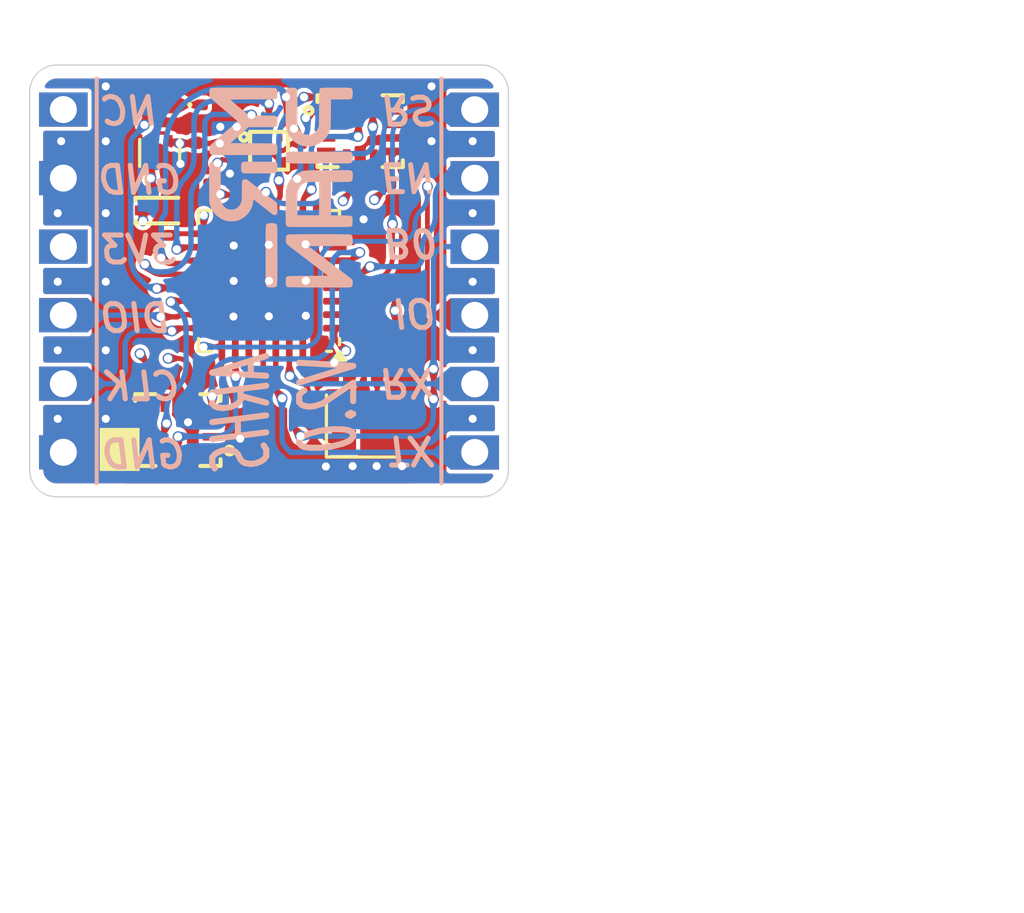
<source format=kicad_pcb>
(kicad_pcb
	(version 20241228)
	(generator "pcbnew")
	(generator_version "9.0")
	(general
		(thickness 1.6)
		(legacy_teardrops no)
	)
	(paper "A4")
	(layers
		(0 "F.Cu" signal)
		(4 "In1.Cu" signal "GND")
		(6 "In2.Cu" signal "PWR")
		(2 "B.Cu" signal)
		(9 "F.Adhes" user "F.Adhesive")
		(11 "B.Adhes" user "B.Adhesive")
		(13 "F.Paste" user)
		(15 "B.Paste" user)
		(5 "F.SilkS" user "F.Silkscreen")
		(7 "B.SilkS" user "B.Silkscreen")
		(1 "F.Mask" user)
		(3 "B.Mask" user)
		(17 "Dwgs.User" user "User.Drawings")
		(19 "Cmts.User" user "User.Comments")
		(21 "Eco1.User" user "User.Eco1")
		(23 "Eco2.User" user "User.Eco2")
		(25 "Edge.Cuts" user)
		(27 "Margin" user)
		(31 "F.CrtYd" user "F.Courtyard")
		(29 "B.CrtYd" user "B.Courtyard")
		(35 "F.Fab" user)
		(33 "B.Fab" user)
		(39 "User.1" auxiliary)
		(41 "User.2" auxiliary)
		(43 "User.3" auxiliary)
		(45 "User.4" auxiliary)
		(47 "User.5" auxiliary)
		(49 "User.6" auxiliary)
		(51 "User.7" auxiliary)
		(53 "User.8" auxiliary)
		(55 "User.9" auxiliary)
	)
	(setup
		(stackup
			(layer "F.SilkS"
				(type "Top Silk Screen")
			)
			(layer "F.Paste"
				(type "Top Solder Paste")
			)
			(layer "F.Mask"
				(type "Top Solder Mask")
				(thickness 0.01)
			)
			(layer "F.Cu"
				(type "copper")
				(thickness 0.035)
			)
			(layer "dielectric 1"
				(type "prepreg")
				(thickness 0.1)
				(material "FR4")
				(epsilon_r 4.5)
				(loss_tangent 0.02)
			)
			(layer "In1.Cu"
				(type "copper")
				(thickness 0.035)
			)
			(layer "dielectric 2"
				(type "core")
				(thickness 1.24)
				(material "FR4")
				(epsilon_r 4.5)
				(loss_tangent 0.02)
			)
			(layer "In2.Cu"
				(type "copper")
				(thickness 0.035)
			)
			(layer "dielectric 3"
				(type "prepreg")
				(thickness 0.1)
				(material "FR4")
				(epsilon_r 4.5)
				(loss_tangent 0.02)
			)
			(layer "B.Cu"
				(type "copper")
				(thickness 0.035)
			)
			(layer "B.Mask"
				(type "Bottom Solder Mask")
				(thickness 0.01)
			)
			(layer "B.Paste"
				(type "Bottom Solder Paste")
			)
			(layer "B.SilkS"
				(type "Bottom Silk Screen")
			)
			(copper_finish "None")
			(dielectric_constraints no)
		)
		(pad_to_mask_clearance 0)
		(allow_soldermask_bridges_in_footprints no)
		(tenting front back)
		(pcbplotparams
			(layerselection 0x55555555_5755f5ff)
			(plot_on_all_layers_selection 0x00000000_00000000)
			(disableapertmacros no)
			(usegerberextensions no)
			(usegerberattributes yes)
			(usegerberadvancedattributes yes)
			(creategerberjobfile yes)
			(dashed_line_dash_ratio 12.000000)
			(dashed_line_gap_ratio 3.000000)
			(svgprecision 4)
			(plotframeref no)
			(mode 1)
			(useauxorigin no)
			(hpglpennumber 1)
			(hpglpenspeed 20)
			(hpglpendiameter 15.000000)
			(pdf_front_fp_property_popups yes)
			(pdf_back_fp_property_popups yes)
			(pdf_metadata yes)
			(pdf_single_document no)
			(dxfpolygonmode yes)
			(dxfimperialunits yes)
			(dxfusepcbnewfont yes)
			(psnegative no)
			(psa4output no)
			(plotinvisibletext no)
			(sketchpadsonfab no)
			(plotpadnumbers no)
			(hidednponfab no)
			(sketchdnponfab yes)
			(crossoutdnponfab yes)
			(subtractmaskfromsilk no)
			(outputformat 1)
			(mirror no)
			(drillshape 0)
			(scaleselection 1)
			(outputdirectory "./Gerber2.0")
		)
	)
	(net 0 "")
	(net 1 "/VDD")
	(net 2 "GND")
	(net 3 "/OSC_IN")
	(net 4 "/OSC_OUT")
	(net 5 "Net-(U2-CRST)")
	(net 6 "/BOOT0")
	(net 7 "/WAKE_UP")
	(net 8 "/RESET")
	(net 9 "/SWDIO")
	(net 10 "/SWCLK")
	(net 11 "/UART1_TX")
	(net 12 "/SPI1_MISO")
	(net 13 "/SCK")
	(net 14 "/INT2")
	(net 15 "/SPI3_MOSI")
	(net 16 "/SPI1_SCLK")
	(net 17 "/SPI3_MISO")
	(net 18 "/UART1_RX")
	(net 19 "/SPI1_MOSI")
	(net 20 "/SDA")
	(net 21 "/INT3")
	(net 22 "/+1.8")
	(net 23 "Net-(D1-K)")
	(net 24 "unconnected-(U1-PA3-Pad8)")
	(net 25 "/AP_CS")
	(net 26 "unconnected-(U3-RESV-Pad7)")
	(net 27 "unconnected-(U3-RESV{slash}AUX1_SDIO{slash}AUX1_SDI{slash}MAS_DA-Pad2)")
	(net 28 "unconnected-(U3-INT2{slash}FSYNC{slash}CLKIN-Pad9)")
	(net 29 "unconnected-(U3-RESV{slash}AUX1_CS-Pad10)")
	(net 30 "unconnected-(U3-RESV{slash}AUX1_SDO-Pad11)")
	(net 31 "unconnected-(U3-RESV{slash}AUX1_SCLK{slash}MAS_CLK-Pad3)")
	(net 32 "unconnected-(U4-RESV-Pad7)")
	(net 33 "unconnected-(U4-RESV{slash}AUX1_SDO-Pad11)")
	(net 34 "unconnected-(U4-INT2{slash}FSYNC{slash}CLKIN-Pad9)")
	(net 35 "unconnected-(U4-RESV{slash}AUX1_CS-Pad10)")
	(net 36 "/AP_CS_2")
	(net 37 "unconnected-(U4-RESV{slash}AUX1_SCLK{slash}MAS_CLK-Pad3)")
	(net 38 "unconnected-(U4-RESV{slash}AUX1_SDIO{slash}AUX1_SDI{slash}MAS_DA-Pad2)")
	(net 39 "unconnected-(U1-PA2-Pad7)")
	(net 40 "/LED")
	(net 41 "/INT1")
	(net 42 "/SPI3_SCLK")
	(net 43 "/IO1")
	(net 44 "unconnected-(P1-Pad1)")
	(footprint "Capacitor_SMD:C_0201_0603Metric" (layer "F.Cu") (at 143.435 96.31 180))
	(pad "" smd roundrect
		(at 0.345 0 180)
		(size 0.318 0.36)
		(layers "F.Paste")
		(roundrect_rratio 0.25)
		(teardrops
			(best_length_ratio 0.5)
			(max_length 1)
			(best_width_ratio 1)
			(max_width 2)
			(curved_edges no)filter_ratio 0.9)
		(enabled yes)
		(allow_two_segments yes)
		(prefer_zone_connections yes)
	)
	(uuid "a930a58c-269f-40eb-8d1f-a3b63cb802eb")
)
(pad "1" smd roundrect
	(at -0.32 0 180)
	(size 0.46 0.4)
	(layers "F.Cu" "F.Mask")
	(roundrect_rratio 0.25)
	(net 5 "Net-(U2-CRST)")
	(pintype "passive")
	(teardrops
		(best_length_ratio 0.5)
		(max_length 1)
		(best_width_ratio 1)
		(max_width 2)
		(curved_edges no)filter_ratio 0.9)
	(enabled yes)
	(allow_two_segments yes)
	(prefer_zone_connections yes)
)
(uuid "52b30289-4c49-4893-8c2f-c2773354a60b")
)
(pad "2" smd roundrect
	(at 0.32 0 180)
	(size 0.46 0.4)
	(layers "F.Cu" "F.Mask")
	(roundrect_rratio 0.25)
	(net 2 "GND")
	(pintype "passive")
	(teardrops
		(best_length_ratio 0.5)
		(max_length 1)
		(best_width_ratio 1)
		(max_width 2)
		(curved_edges no)filter_ratio 0.9)
	(enabled yes)
	(allow_two_segments yes)
	(prefer_zone_connections yes)
)
(uuid "ce3ea6d5-8f07-45ba-aef9-db3a31bf88f3")
)
(embedded_fonts no)
(model "${KICAD8_3DMODEL_DIR}/Capacitor_SMD.3dshapes/C_0201_0603Metric.wrl"
	(offset
		(xyz 0 0 0)
	)
	(scale
		(xyz 1 1 1)
	)
	(rotate
		(xyz 0 0 0)
	)
)
)
(footprint "Capacitor_SMD:C_0201_0603Metric" (layer "F.Cu") (at 140.4366 96.52))
(pad "" smd roundrect
	(at 0.345 0)
	(size 0.318 0.36)
	(layers "F.Paste")
	(roundrect_rratio 0.25)
	(teardrops
		(best_length_ratio 0.5)
		(max_length 1)
		(best_width_ratio 1)
		(max_width 2)
		(curved_edges no)filter_ratio 0.9)
	(enabled yes)
	(allow_two_segments yes)
	(prefer_zone_connections yes)
)
(uuid "99201390-4153-4b87-8893-01cfb73c4eb5")
)
(pad "1" smd roundrect
	(at -0.32 0)
	(size 0.46 0.4)
	(layers "F.Cu" "F.Mask")
	(roundrect_rratio 0.25)
	(net 22 "/+1.8")
	(pintype "passive")
	(teardrops
		(best_length_ratio 0.5)
		(max_length 1)
		(best_width_ratio 1)
		(max_width 2)
		(curved_edges no)filter_ratio 0.9)
	(enabled yes)
	(allow_two_segments yes)
	(prefer_zone_connections yes)
)
(uuid "2df0b565-b476-46c2-afce-f3a658314c83")
)
(pad "2" smd roundrect
	(at 0.32 0)
	(size 0.46 0.4)
	(layers "F.Cu" "F.Mask")
	(roundrect_rratio 0.25)
	(net 2 "GND")
	(pintype "passive")
	(teardrops
		(best_length_ratio 0.5)
		(max_length 1)
		(best_width_ratio 1)
		(max_width 2)
		(curved_edges no)filter_ratio 0.9)
	(enabled yes)
	(allow_two_segments yes)
	(prefer_zone_connections yes)
)
(uuid "5d06d6a6-ba35-4dd3-bfb7-ae216d2cddb6")
)
(embedded_fonts no)
(model "${KICAD8_3DMODEL_DIR}/Capacitor_SMD.3dshapes/C_0201_0603Metric.wrl"
	(offset
		(xyz 0 0 0)
	)
	(scale
		(xyz 1 1 1)
	)
	(rotate
		(xyz 0 0 0)
	)
)
)
(footprint "Resistor_SMD:R_0201_0603Metric" (layer "F.Cu") (at 148.8186 100.1776))
(pad "" smd roundrect
	(at 0.345 0)
	(size 0.318 0.36)
	(layers "F.Paste")
	(roundrect_rratio 0.25)
	(teardrops
		(best_length_ratio 0.5)
		(max_length 1)
		(best_width_ratio 1)
		(max_width 2)
		(curved_edges no)filter_ratio 0.9)
	(enabled yes)
	(allow_two_segments yes)
	(prefer_zone_connections yes)
)
(uuid "5ff6eb0f-6e8b-4f81-87ca-cd4cd7ce6186")
)
(pad "1" smd roundrect
	(at -0.32 0)
	(size 0.46 0.4)
	(layers "F.Cu" "F.Mask")
	(roundrect_rratio 0.25)
	(net 8 "/RESET")
	(pintype "passive")
	(teardrops
		(best_length_ratio 0.5)
		(max_length 1)
		(best_width_ratio 1)
		(max_width 2)
		(curved_edges no)filter_ratio 0.9)
	(enabled yes)
	(allow_two_segments yes)
	(prefer_zone_connections yes)
)
(uuid "9dc0e3b9-6f69-408a-bd1c-60f9fcd1fa9a")
)
(pad "2" smd roundrect
	(at 0.32 0)
	(size 0.46 0.4)
	(layers "F.Cu" "F.Mask")
	(roundrect_rratio 0.25)
	(net 1 "/VDD")
	(pintype "passive")
	(teardrops
		(best_length_ratio 0.5)
		(max_length 1)
		(best_width_ratio 1)
		(max_width 2)
		(curved_edges no)filter_ratio 0.9)
	(enabled yes)
	(allow_two_segments yes)
	(prefer_zone_connections yes)
)
(uuid "8cbb1358-2a07-4209-9825-3b1cc8920915")
)
(embedded_fonts no)
(model "${KICAD8_3DMODEL_DIR}/Resistor_SMD.3dshapes/R_0201_0603Metric.wrl"
	(offset
		(xyz 0 0 0)
	)
	(scale
		(xyz 1 1 1)
	)
	(rotate
		(xyz 0 0 0)
	)
)
)
(footprint "Crystal:Crystal_SMD_2016-4Pin_2.0x1.6mm" (layer "F.Cu") (at 147.9525 105.295))
(pad "2" smd rect
	(at 0.7 0.55)
	(size 0.9 0.8)
	(layers "F.Cu" "F.Mask" "F.Paste")
	(net 2 "GND")
	(pinfunction "2")
	(pintype "passive")
	(teardrops
		(best_length_ratio 0.5)
		(max_length 1)
		(best_width_ratio 1)
		(max_width 2)
		(curved_edges no)filter_ratio 0.9)
	(enabled yes)
	(allow_two_segments yes)
	(prefer_zone_connections yes)
)
(uuid "c1482191-a749-42ad-9fd1-716930cd4c93")
)
(pad "3" smd rect
	(at 0.7 -0.55)
	(size 0.9 0.8)
	(layers "F.Cu" "F.Mask" "F.Paste")
	(net 4 "/OSC_OUT")
	(pinfunction "3")
	(pintype "passive")
	(teardrops
		(best_length_ratio 0.5)
		(max_length 1)
		(best_width_ratio 1)
		(max_width 2)
		(curved_edges no)filter_ratio 0.9)
	(enabled yes)
	(allow_two_segments yes)
	(prefer_zone_connections yes)
)
(uuid "8e34be3b-63b6-4653-8f42-8059feb4778a")
)
(pad "4" smd rect
	(at -0.7 -0.55)
	(size 0.9 0.8)
	(layers "F.Cu" "F.Mask" "F.Paste")
	(net 2 "GND")
	(pinfunction "4")
	(pintype "passive")
	(teardrops
		(best_length_ratio 0.5)
		(max_length 1)
		(best_width_ratio 1)
		(max_width 2)
		(curved_edges no)filter_ratio 0.9)
	(enabled yes)
	(allow_two_segments yes)
	(prefer_zone_connections yes)
)
(uuid "6c30ae19-96a2-4060-91a7-26fa09e44b38")
)
(embedded_fonts no)
(model "${KICAD8_3DMODEL_DIR}/Crystal.3dshapes/Crystal_SMD_2016-4Pin_2.0x1.6mm.wrl"
	(offset
		(xyz 0 0 0)
	)
	(scale
		(xyz 1 1 1)
	)
	(rotate
		(xyz 0 0 0)
	)
)
)
(footprint "Package_SON:Texas_X2SON-4_1x1mm_P0.65mm" (layer "F.Cu") (at 140.4275 95.175 90))
(pad "" smd custom
	(at -0.43 -0.325 90)
	(size 0.148492 0.148492)
	(layers "F.Paste")
	(thermal_bridge_angle 90)
	(options
		(clearance outline)
		(anchor circle)
	)
	(primitives
		(gr_poly
			(pts
				(xy 0.18 -0.075) (xy 0 0.105) (xy -0.22 0.105) (xy -0.22 -0.105) (xy 0.18 -0.105)
			)
			(width 0)
			(fill yes)
		)
	)
	(teardrops
		(best_length_ratio 0.5)
		(max_length 1)
		(best_width_ratio 1)
		(max_width 2)
		(curved_edges no)filter_ratio 0.9)
	(enabled yes)
	(allow_two_segments yes)
	(prefer_zone_connections yes)
)
(uuid "a3b3c977-7ba5-4d5f-82e4-396a169c0a39")
)
(pad "" smd custom
	(at -0.43 0.325 90)
	(size 0.148492 0.148492)
	(layers "F.Mask")
	(thermal_bridge_angle 90)
	(options
		(clearance outline)
		(anchor circle)
	)
	(primitives
		(gr_poly
			(pts
				(xy 0.18 0.075) (xy 0.18 0.105) (xy -0.18 0.105) (xy -0.18 -0.105) (xy 0 -0.105)
			)
			(width 0)
			(fill yes)
		)
	)
	(teardrops
		(best_length_ratio 0.5)
		(max_length 1)
		(best_width_ratio 1)
		(max_width 2)
		(curved_edges no)filter_ratio 0.9)
	(enabled yes)
	(allow_two_segments yes)
	(prefer_zone_connections yes)
)
(uuid "ea6899c8-2241-421e-b0f6-5c168d3a93eb")
)
(pad "" smd custom
	(at -0.43 0.325 90)
	(size 0.148492 0.148492)
	(layers "F.Paste")
	(thermal_bridge_angle 90)
	(options
		(clearance outline)
		(anchor circle)
	)
	(primitives
		(gr_poly
			(pts
				(xy 0.18 0.075) (xy 0.18 0.105) (xy -0.22 0.105) (xy -0.22 -0.105) (xy 0 -0.105)
			)
			(width 0)
			(fill yes)
		)
	)
	(teardrops
		(best_length_ratio 0.5)
		(max_length 1)
		(best_width_ratio 1)
		(max_width 2)
		(curved_edges no)filter_ratio 0.9)
	(enabled yes)
	(allow_two_segments yes)
	(prefer_zone_connections yes)
)
(uuid "2cb933c9-1763-40fc-84c9-da989103b345")
)
(pad "" smd custom
	(at 0.43 -0.325 90)
	(size 0.148492 0.148492)
	(layers "F.Mask")
	(thermal_bridge_angle 90)
	(options
		(clearance outline)
		(anchor circle)
	)
	(primitives
		(gr_poly
			(pts
				(xy 0.18 0.105) (xy 0 0.105) (xy -0.18 -0.075) (xy -0.18 -0.105) (xy 0.18 -0.105)
			)
			(width 0)
			(fill yes)
		)
	)
	(teardrops
		(best_length_ratio 0.5)
		(max_length 1)
		(best_width_ratio 1)
		(max_width 2)
		(curved_edges no)filter_ratio 0.9)
	(enabled yes)
	(allow_two_segments yes)
	(prefer_zone_connections yes)
)
(uuid "2e326e94-0ca4-4e79-928c-9d9c45c932ca")
)
(pad "" smd custom
	(at 0.43 -0.325 90)
	(size 0.148492 0.148492)
	(layers "F.Paste")
	(thermal_bridge_angle 90)
	(options
		(clearance outline)
		(anchor circle)
	)
	(primitives
		(gr_poly
			(pts
				(xy 0.22 0.105) (xy 0 0.105) (xy -0.18 -0.075) (xy -0.18 -0.105) (xy 0.22 -0.105)
			)
			(width 0)
			(fill yes)
		)
	)
	(teardrops
		(best_length_ratio 0.5)
		(max_length 1)
		(best_width_ratio 1)
		(max_width 2)
		(curved_edges no)filter_ratio 0.9)
	(enabled yes)
	(allow_two_segments yes)
	(prefer_zone_connections yes)
)
(uuid "131b918e-d0ca-43bb-9697-a20f9ded6ace")
)
(pad "" smd custom
	(at 0.43 0.325 90)
	(size 0.148492 0.148492)
	(layers "F.Mask")
	(thermal_bridge_angle 90)
	(options
		(clearance outline)
		(anchor circle)
	)
	(primitives
		(gr_poly
			(pts
				(xy 0.18 0.105) (xy -0.18 0.105) (xy -0.18 0.075) (xy 0 -0.105) (xy 0.18 -0.105)
			)
			(width 0)
			(fill yes)
		)
	)
	(teardrops
		(best_length_ratio 0.5)
		(max_length 1)
		(best_width_ratio 1)
		(max_width 2)
		(curved_edges no)filter_ratio 0.9)
	(enabled yes)
	(allow_two_segments yes)
	(prefer_zone_connections yes)
)
(uuid "58c3ea83-58df-4d8b-a4f7-c931c2758826")
)
(pad "" smd custom
	(at 0.43 0.325 90)
	(size 0.148492 0.148492)
	(layers "F.Paste")
	(thermal_bridge_angle 90)
	(options
		(clearance outline)
		(anchor circle)
	)
	(primitives
		(gr_poly
			(pts
				(xy 0.22 0.105) (xy -0.18 0.105) (xy -0.18 0.075) (xy 0 -0.105) (xy 0.22 -0.105)
			)
			(width 0)
			(fill yes)
		)
	)
	(teardrops
		(best_length_ratio 0.5)
		(max_length 1)
		(best_width_ratio 1)
		(max_width 2)
		(curved_edges no)filter_ratio 0.9)
	(enabled yes)
	(allow_two_segments yes)
	(prefer_zone_connections yes)
)
(uuid "92c413a8-7c89-4b1a-a996-157add192be6")
)
(pad "1" smd custom
	(at -0.43 -0.325 90)
	(size 0.148492 0.148492)
	(layers "F.Cu")
	(net 22 "/+1.8")
	(pinfunction "OUT")
	(pintype "power_out")
	(zone_connect 2)
	(thermal_bridge_angle 90)
	(options
		(clearance outline)
		(anchor circle)
	)
	(primitives
		(gr_poly
			(pts
				(xy 0.23 -0.054289) (xy 0.020711 0.155) (xy -0.23 0.155) (xy -0.23 -0.155) (xy 0.23 -0.155)
			)
			(width 0)
			(fill yes)
		)
	)
	(teardrops
		(best_length_ratio 0.5)
		(max_length 1)
		(best_width_ratio 1)
		(max_width 2)
		(curved_edges no)filter_ratio 0.9)
	(enabled yes)
	(allow_two_segments yes)
	(prefer_zone_connections yes)
)
(uuid "bc1c1d67-e0d9-4cb3-b49c-c0e491af3b9c")
)
(pad "2" smd custom
	(at -0.43 0.325 90)
	(size 0.148492 0.148492)
	(layers "F.Cu")
	(net 2 "GND")
	(pinfunction "GND")
	(pintype "power_in")
	(zone_connect 2)
	(thermal_bridge_angle 90)
	(options
		(clearance outline)
		(anchor circle)
	)
	(primitives
		(gr_poly
			(pts
				(xy 0.23 0.054289) (xy 0.23 0.155) (xy -0.23 0.155) (xy -0.23 -0.155) (xy 0.020711 -0.155)
			)
			(width 0)
			(fill yes)
		)
	)
	(teardrops
		(best_length_ratio 0.5)
		(max_length 1)
		(best_width_ratio 1)
		(max_width 2)
		(curved_edges no)filter_ratio 0.9)
	(enabled yes)
	(allow_two_segments yes)
	(prefer_zone_connections yes)
)
(uuid "7bf0bc3c-3714-4c1e-bed4-bbd58d03646f")
)
(pad "3" smd custom
	(at 0.43 0.325 90)
	(size 0.148492 0.148492)
	(layers "F.Cu")
	(net 1 "/VDD")
	(pinfunction "EN")
	(pintype "input")
	(zone_connect 2)
	(thermal_bridge_angle 90)
	(options
		(clearance outline)
		(anchor circle)
	)
	(primitives
		(gr_poly
			(pts
				(xy 0.23 0.155) (xy -0.23 0.155) (xy -0.23 0.054289) (xy -0.020711 -0.155) (xy 0.23 -0.155)
			)
			(width 0)
			(fill yes)
		)
	)
	(teardrops
		(best_length_ratio 0.5)
		(max_length 1)
		(best_width_ratio 1)
		(max_width 2)
		(curved_edges no)filter_ratio 0.9)
	(enabled yes)
	(allow_two_segments yes)
	(prefer_zone_connections yes)
)
(uuid "99ef1abc-050a-4e55-a21d-ab7571cf2401")
)
(pad "4" smd custom
	(at 0.43 -0.325 90)
	(size 0.148492 0.148492)
	(layers "F.Cu")
	(net 1 "/VDD")
	(pinfunction "IN")
	(pintype "power_in")
	(zone_connect 2)
	(thermal_bridge_angle 90)
	(options
		(clearance outline)
		(anchor circle)
	)
	(primitives
		(gr_poly
			(pts
				(xy 0.23 0.155) (xy -0.020711 0.155) (xy -0.23 -0.054289) (xy -0.23 -0.155) (xy 0.23 -0.155)
			)
			(width 0)
			(fill yes)
		)
	)
	(teardrops
		(best_length_ratio 0.5)
		(max_length 1)
		(best_width_ratio 1)
		(max_width 2)
		(curved_edges no)filter_ratio 0.9)
	(enabled yes)
	(allow_two_segments yes)
	(prefer_zone_connections yes)
)
(uuid "0ee41d60-5b94-43b2-b067-0d9c14515196")
)
(pad "5" smd roundrect
	(at 0 0 135)
	(size 0.58 0.58)
	(layers "F.Cu" "F.Mask" "F.Paste")
	(roundrect_rratio 0.25)
	(net 2 "GND")
	(pinfunction "Pad")
	(pintype "passive")
	(solder_mask_margin -0.05)
	(solder_paste_margin -0.065)
	(solder_paste_margin_ratio -0.00000001)
	(teardrops
		(best_length_ratio 0.5)
		(max_length 1)
		(best_width_ratio 1)
		(max_width 2)
		(curved_edges no)filter_ratio 0.9)
	(enabled yes)
	(allow_two_segments yes)
	(prefer_zone_connections yes)
)
(uuid "2d2d9071-0d5e-4e31-bd33-5f5728a51b06")
)
(embedded_fonts no)
(model "${KICAD8_3DMODEL_DIR}/Package_SON.3dshapes/Texas_X2SON-4_1x1mm_P0.65mm.wrl"
	(offset
		(xyz 0 0 0)
	)
	(scale
		(xyz 1 1 1)
	)
	(rotate
		(xyz 0 0 0)
	)
)
)
(footprint "Capacitor_SMD:C_0201_0603Metric" (layer "F.Cu") (at 141.95 96.32 180))
(pad "" smd roundrect
	(at 0.345 0 180)
	(size 0.318 0.36)
	(layers "F.Paste")
	(roundrect_rratio 0.25)
	(teardrops
		(best_length_ratio 0.5)
		(max_length 1)
		(best_width_ratio 1)
		(max_width 2)
		(curved_edges no)filter_ratio 0.9)
	(enabled yes)
	(allow_two_segments yes)
	(prefer_zone_connections yes)
)
(uuid "5b6590e4-bde7-4946-80cb-7e96d4502452")
)
(pad "1" smd roundrect
	(at -0.32 0 180)
	(size 0.46 0.4)
	(layers "F.Cu" "F.Mask")
	(roundrect_rratio 0.25)
	(net 1 "/VDD")
	(pintype "passive")
	(teardrops
		(best_length_ratio 0.5)
		(max_length 1)
		(best_width_ratio 1)
		(max_width 2)
		(curved_edges no)filter_ratio 0.9)
	(enabled yes)
	(allow_two_segments yes)
	(prefer_zone_connections yes)
)
(uuid "00276542-f209-49ff-b826-ff91ae631f7b")
)
(pad "2" smd roundrect
	(at 0.32 0 180)
	(size 0.46 0.4)
	(layers "F.Cu" "F.Mask")
	(roundrect_rratio 0.25)
	(net 2 "GND")
	(pintype "passive")
	(teardrops
		(best_length_ratio 0.5)
		(max_length 1)
		(best_width_ratio 1)
		(max_width 2)
		(curved_edges no)filter_ratio 0.9)
	(enabled yes)
	(allow_two_segments yes)
	(prefer_zone_connections yes)
)
(uuid "ea501202-e445-4a41-96c4-b48edddae9d1")
)
(embedded_fonts no)
(model "${KICAD8_3DMODEL_DIR}/Capacitor_SMD.3dshapes/C_0201_0603Metric.wrl"
	(offset
		(xyz 0 0 0)
	)
	(scale
		(xyz 1 1 1)
	)
	(rotate
		(xyz 0 0 0)
	)
)
)
(footprint "User_footprints:6Pin2.54" (layer "F.Cu") (at 135.6154 89.76))
(pad "2" thru_hole rect
	(at 1.2446 6.35 180)
	(size 1.8 1.27)
	(drill 1)
	(property pad_prop_castellated)
	(layers "*.Cu" "*.Mask")
	(remove_unused_layers no)
	(net 2 "GND")
	(pintype "unspecified")
	(teardrops
		(best_length_ratio 0.5)
		(max_length 1)
		(best_width_ratio 1)
		(max_width 2)
		(curved_edges no)filter_ratio 0.9)
	(enabled yes)
	(allow_two_segments yes)
	(prefer_zone_connections yes)
)
(uuid "1114cebd-6196-4e8a-905c-8cb010a55611")
)
(pad "3" thru_hole rect
	(at 1.2446 8.89 180)
	(size 1.8 1.27)
	(drill 1)
	(property pad_prop_castellated)
	(layers "*.Cu" "*.Mask")
	(remove_unused_layers no)
	(net 1 "/VDD")
	(pintype "unspecified")
	(teardrops
		(best_length_ratio 0.5)
		(max_length 1)
		(best_width_ratio 1)
		(max_width 2)
		(curved_edges no)filter_ratio 0.9)
	(enabled yes)
	(allow_two_segments yes)
	(prefer_zone_connections yes)
)
(uuid "79c40a2e-c6da-4aaf-b9ac-80308ca3cfca")
)
(pad "4" thru_hole rect
	(at 1.2446 11.43 180)
	(size 1.8 1.27)
	(drill 1)
	(property pad_prop_castellated)
	(layers "*.Cu" "*.Mask")
	(remove_unused_layers no)
	(net 9 "/SWDIO")
	(pintype "unspecified")
	(teardrops
		(best_length_ratio 0.5)
		(max_length 1)
		(best_width_ratio 1)
		(max_width 2)
		(curved_edges no)filter_ratio 0.9)
	(enabled yes)
	(allow_two_segments yes)
	(prefer_zone_connections yes)
)
(uuid "8778aae8-490f-4536-81d9-5bff663441a9")
)
(pad "5" thru_hole rect
	(at 1.2446 13.97 180)
	(size 1.8 1.27)
	(drill 1)
	(property pad_prop_castellated)
	(layers "*.Cu" "*.Mask")
	(remove_unused_layers no)
	(net 10 "/SWCLK")
	(pintype "unspecified")
	(teardrops
		(best_length_ratio 0.5)
		(max_length 1)
		(best_width_ratio 1)
		(max_width 2)
		(curved_edges no)filter_ratio 0.9)
	(enabled yes)
	(allow_two_segments yes)
	(prefer_zone_connections yes)
)
(uuid "642a9205-312e-4ae0-be9d-4139c8087b3f")
)
(pad "6" thru_hole rect
	(at 1.2446 16.51 180)
	(size 1.8 1.27)
	(drill 1)
	(property pad_prop_castellated)
	(layers "*.Cu" "*.Mask")
	(remove_unused_layers no)
	(net 2 "GND")
	(pintype "unspecified")
	(teardrops
		(best_length_ratio 0.5)
		(max_length 1)
		(best_width_ratio 1)
		(max_width 2)
		(curved_edges no)filter_ratio 0.9)
	(enabled yes)
	(allow_two_segments yes)
	(prefer_zone_connections yes)
)
(uuid "c9b464a7-1617-42dc-988c-e2fa44ad5dde")
)
(embedded_fonts no)
)
(footprint "easyeda2kicad:SOD-523_L1.2-W0.8-LS1.6-RD-1" (layer "F.Cu") (at 140.4366 97.3074))
(pad "2" smd rect
	(at 0.63 0 180)
	(size 0.6 0.36)
	(layers "F.Cu" "F.Mask" "F.Paste")
	(net 2 "GND")
	(pinfunction "A")
	(pintype "unspecified")
	(teardrops
		(best_length_ratio 0.5)
		(max_length 1)
		(best_width_ratio 1)
		(max_width 2)
		(curved_edges no)filter_ratio 0.9)
	(enabled yes)
	(allow_two_segments yes)
	(prefer_zone_connections yes)
)
(uuid "9f794012-be4a-4bb9-a2c9-0ec8002e2904")
)
(embedded_fonts no)
(model "${EASYEDA2KICAD}/easyeda2kicad.3dshapes/SOD-523_L1.2-W0.8-LS1.6-RD-1.wrl"
	(offset
		(xyz 0 -0 0.1)
	)
	(scale
		(xyz 1 1 1)
	)
	(rotate
		(xyz -0 -0 -0)
	)
)
)
(footprint "Capacitor_SMD:C_0201_0603Metric" (layer "F.Cu") (at 143.2775 95.12 90))
(pad "" smd roundrect
	(at 0.345 0 90)
	(size 0.318 0.36)
	(layers "F.Paste")
	(roundrect_rratio 0.25)
	(teardrops
		(best_length_ratio 0.5)
		(max_length 1)
		(best_width_ratio 1)
		(max_width 2)
		(curved_edges no)filter_ratio 0.9)
	(enabled yes)
	(allow_two_segments yes)
	(prefer_zone_connections yes)
)
(uuid "58d42b08-2d91-480c-83a9-82b059d3848e")
)
(pad "1" smd roundrect
	(at -0.32 0 90)
	(size 0.46 0.4)
	(layers "F.Cu" "F.Mask")
	(roundrect_rratio 0.25)
	(net 22 "/+1.8")
	(pintype "passive")
	(teardrops
		(best_length_ratio 0.5)
		(max_length 1)
		(best_width_ratio 1)
		(max_width 2)
		(curved_edges no)filter_ratio 0.9)
	(enabled yes)
	(allow_two_segments yes)
	(prefer_zone_connections yes)
)
(uuid "8805fe4f-24ea-4329-9339-7f682a70a1af")
)
(pad "2" smd roundrect
	(at 0.32 0 90)
	(size 0.46 0.4)
	(layers "F.Cu" "F.Mask")
	(roundrect_rratio 0.25)
	(net 2 "GND")
	(pintype "passive")
	(teardrops
		(best_length_ratio 0.5)
		(max_length 1)
		(best_width_ratio 1)
		(max_width 2)
		(curved_edges no)filter_ratio 0.9)
	(enabled yes)
	(allow_two_segments yes)
	(prefer_zone_connections yes)
)
(uuid "e87c4bec-d558-4411-b38e-bd93567c7f5b")
)
(embedded_fonts no)
(model "${KICAD8_3DMODEL_DIR}/Capacitor_SMD.3dshapes/C_0201_0603Metric.wrl"
	(offset
		(xyz 0 0 0)
	)
	(scale
		(xyz 1 1 1)
	)
	(rotate
		(xyz 0 0 0)
	)
)
)
(footprint "Resistor_SMD:R_0201_0603Metric" (layer "F.Cu") (at 143.2525 104.5808 -90))
(pad "" smd roundrect
	(at 0.345 0 270)
	(size 0.318 0.36)
	(layers "F.Paste")
	(roundrect_rratio 0.25)
	(teardrops
		(best_length_ratio 0.5)
		(max_length 1)
		(best_width_ratio 1)
		(max_width 2)
		(curved_edges no)filter_ratio 0.9)
	(enabled yes)
	(allow_two_segments yes)
	(prefer_zone_connections yes)
)
(uuid "ac5a5009-0011-4415-b7ba-0e702543c3bd")
)
(pad "1" smd roundrect
	(at -0.32 0 270)
	(size 0.46 0.4)
	(layers "F.Cu" "F.Mask")
	(roundrect_rratio 0.25)
	(net 43 "/IO1")
	(pintype "passive")
	(teardrops
		(best_length_ratio 0.5)
		(max_length 1)
		(best_width_ratio 1)
		(max_width 2)
		(curved_edges no)filter_ratio 0.9)
	(enabled yes)
	(allow_two_segments yes)
	(prefer_zone_connections yes)
)
(uuid "87cedd05-2d09-4f48-bd91-9e10aeb3a48c")
)
(pad "2" smd roundrect
	(at 0.32 0 270)
	(size 0.46 0.4)
	(layers "F.Cu" "F.Mask")
	(roundrect_rratio 0.25)
	(net 2 "GND")
	(pintype "passive")
	(teardrops
		(best_length_ratio 0.5)
		(max_length 1)
		(best_width_ratio 1)
		(max_width 2)
		(curved_edges no)filter_ratio 0.9)
	(enabled yes)
	(allow_two_segments yes)
	(prefer_zone_connections yes)
)
(uuid "add10092-2d01-49f3-9f21-dfaef3555b18")
)
(embedded_fonts no)
(model "${KICAD8_3DMODEL_DIR}/Resistor_SMD.3dshapes/R_0201_0603Metric.wrl"
	(offset
		(xyz 0 0 0)
	)
	(scale
		(xyz 1 1 1)
	)
	(rotate
		(xyz 0 0 0)
	)
)
)
(footprint "easyeda2kicad:LGA-14_L3.0-W2.5-P0.50-TL" (layer "F.Cu") (at 147.8525 94.37))
(pad "2" smd rect
	(at -1.26 -0.25)
	(size 0.68 0.28)
	(layers "F.Cu" "F.Mask" "F.Paste")
	(net 38 "unconnected-(U4-RESV{slash}AUX1_SDIO{slash}AUX1_SDI{slash}MAS_DA-Pad2)")
	(pinfunction "RESV/AUX1_SDIO/AUX1_SDI/MAS_DA")
	(pintype "unspecified+no_connect")
	(teardrops
		(best_length_ratio 0.5)
		(max_length 1)
		(best_width_ratio 1)
		(max_width 2)
		(curved_edges no)filter_ratio 0.9)
	(enabled yes)
	(allow_two_segments yes)
	(prefer_zone_connections yes)
)
(uuid "35195990-6db0-44dc-8b52-b55775f3b491")
)
(pad "3" smd rect
	(at -1.26 0.25)
	(size 0.68 0.28)
	(layers "F.Cu" "F.Mask" "F.Paste")
	(net 37 "unconnected-(U4-RESV{slash}AUX1_SCLK{slash}MAS_CLK-Pad3)")
	(pinfunction "RESV/AUX1_SCLK/MAS_CLK")
	(pintype "unspecified+no_connect")
	(teardrops
		(best_length_ratio 0.5)
		(max_length 1)
		(best_width_ratio 1)
		(max_width 2)
		(curved_edges no)filter_ratio 0.9)
	(enabled yes)
	(allow_two_segments yes)
	(prefer_zone_connections yes)
)
(uuid "5c6c0d34-1419-49f7-8ba7-b17e5247d95a")
)
(pad "4" smd rect
	(at -1.26 0.75)
	(size 0.68 0.28)
	(layers "F.Cu" "F.Mask" "F.Paste")
	(net 41 "/INT1")
	(pinfunction "INT1/INT")
	(pintype "unspecified")
	(teardrops
		(best_length_ratio 0.5)
		(max_length 1)
		(best_width_ratio 1)
		(max_width 2)
		(curved_edges no)filter_ratio 0.9)
	(enabled yes)
	(allow_two_segments yes)
	(prefer_zone_connections yes)
)
(uuid "49ff9d8a-18f5-415a-8c9d-3f8a7cf2af10")
)
(pad "5" smd rect
	(at -0.5 1.01)
	(size 0.28 0.68)
	(layers "F.Cu" "F.Mask" "F.Paste")
	(net 1 "/VDD")
	(pinfunction "VDDIO")
	(pintype "unspecified")
	(teardrops
		(best_length_ratio 0.5)
		(max_length 1)
		(best_width_ratio 1)
		(max_width 2)
		(curved_edges no)filter_ratio 0.9)
	(enabled yes)
	(allow_two_segments yes)
	(prefer_zone_connections yes)
)
(uuid "4bf01e87-354c-47ad-aa63-bb243ebfec19")
)
(pad "6" smd rect
	(at 0 1.01)
	(size 0.28 0.68)
	(layers "F.Cu" "F.Mask" "F.Paste")
	(net 2 "GND")
	(pinfunction "GND")
	(pintype "unspecified")
	(teardrops
		(best_length_ratio 0.5)
		(max_length 1)
		(best_width_ratio 1)
		(max_width 2)
		(curved_edges no)filter_ratio 0.9)
	(enabled yes)
	(allow_two_segments yes)
	(prefer_zone_connections yes)
)
(uuid "d90d52cb-f21e-4714-a692-6818a539e604")
)
(pad "7" smd rect
	(at 0.5 1.01)
	(size 0.28 0.68)
	(layers "F.Cu" "F.Mask" "F.Paste")
	(net 32 "unconnected-(U4-RESV-Pad7)")
	(pinfunction "RESV")
	(pintype "unspecified+no_connect")
	(teardrops
		(best_length_ratio 0.5)
		(max_length 1)
		(best_width_ratio 1)
		(max_width 2)
		(curved_edges no)filter_ratio 0.9)
	(enabled yes)
	(allow_two_segments yes)
	(prefer_zone_connections yes)
)
(uuid "ff717e98-ba64-476e-9508-7e60faba5c26")
)
(pad "8" smd rect
	(at 1.26 0.75)
	(size 0.68 0.28)
	(layers "F.Cu" "F.Mask" "F.Paste")
	(net 1 "/VDD")
	(pinfunction "VDD")
	(pintype "unspecified")
	(teardrops
		(best_length_ratio 0.5)
		(max_length 1)
		(best_width_ratio 1)
		(max_width 2)
		(curved_edges no)filter_ratio 0.9)
	(enabled yes)
	(allow_two_segments yes)
	(prefer_zone_connections yes)
)
(uuid "60d69b53-481b-4e75-9504-eaa7793934ff")
)
(pad "9" smd rect
	(at 1.26 0.25)
	(size 0.68 0.28)
	(layers "F.Cu" "F.Mask" "F.Paste")
	(net 34 "unconnected-(U4-INT2{slash}FSYNC{slash}CLKIN-Pad9)")
	(pinfunction "INT2/FSYNC/CLKIN")
	(pintype "unspecified+no_connect")
	(teardrops
		(best_length_ratio 0.5)
		(max_length 1)
		(best_width_ratio 1)
		(max_width 2)
		(curved_edges no)filter_ratio 0.9)
	(enabled yes)
	(allow_two_segments yes)
	(prefer_zone_connections yes)
)
(uuid "e3dfa2e5-cb85-4c1e-a013-3bed49928b8d")
)
(pad "10" smd rect
	(at 1.26 -0.25)
	(size 0.68 0.28)
	(layers "F.Cu" "F.Mask" "F.Paste")
	(net 35 "unconnected-(U4-RESV{slash}AUX1_CS-Pad10)")
	(pinfunction "RESV/AUX1_CS")
	(pintype "unspecified+no_connect")
	(teardrops
		(best_length_ratio 0.5)
		(max_length 1)
		(best_width_ratio 1)
		(max_width 2)
		(curved_edges no)filter_ratio 0.9)
	(enabled yes)
	(allow_two_segments yes)
	(prefer_zone_connections yes)
)
(uuid "4bccdb61-e676-4e53-a701-e6ac01295ad0")
)
(pad "11" smd rect
	(at 1.26 -0.75)
	(size 0.68 0.28)
	(layers "F.Cu" "F.Mask" "F.Paste")
	(net 33 "unconnected-(U4-RESV{slash}AUX1_SDO-Pad11)")
	(pinfunction "RESV/AUX1_SDO")
	(pintype "unspecified+no_connect")
	(teardrops
		(best_length_ratio 0.5)
		(max_length 1)
		(best_width_ratio 1)
		(max_width 2)
		(curved_edges no)filter_ratio 0.9)
	(enabled yes)
	(allow_two_segments yes)
	(prefer_zone_connections yes)
)
(uuid "cd5b207f-c5f5-4523-8682-052c66d26d5e")
)
(pad "12" smd rect
	(at 0.5 -1.01)
	(size 0.28 0.68)
	(layers "F.Cu" "F.Mask" "F.Paste")
	(net 25 "/AP_CS")
	(pinfunction "AP_CS")
	(pintype "unspecified")
	(teardrops
		(best_length_ratio 0.5)
		(max_length 1)
		(best_width_ratio 1)
		(max_width 2)
		(curved_edges no)filter_ratio 0.9)
	(enabled yes)
	(allow_two_segments yes)
	(prefer_zone_connections yes)
)
(uuid "e3d48239-1d15-4be8-beb9-80c3d0682272")
)
(pad "13" smd rect
	(at 0 -1.01)
	(size 0.28 0.68)
	(layers "F.Cu" "F.Mask" "F.Paste")
	(net 16 "/SPI1_SCLK")
	(pinfunction "AP_SCL/AP_SCLK")
	(pintype "unspecified")
	(teardrops
		(best_length_ratio 0.5)
		(max_length 1)
		(best_width_ratio 1)
		(max_width 2)
		(curved_edges no)filter_ratio 0.9)
	(enabled yes)
	(allow_two_segments yes)
	(prefer_zone_connections yes)
)
(uuid "dc0dbfa9-93e3-4a4b-b9d6-1a8af11f9357")
)
(pad "14" smd rect
	(at -0.5 -1.01)
	(size 0.28 0.68)
	(layers "F.Cu" "F.Mask" "F.Paste")
	(net 19 "/SPI1_MOSI")
	(pinfunction "AP_SDA/AP_SDIO/AP_SDI")
	(pintype "unspecified")
	(teardrops
		(best_length_ratio 0.5)
		(max_length 1)
		(best_width_ratio 1)
		(max_width 2)
		(curved_edges no)filter_ratio 0.9)
	(enabled yes)
	(allow_two_segments yes)
	(prefer_zone_connections yes)
)
(uuid "1e2cd808-7118-44d2-8a74-3beeb8851c0b")
)
(embedded_fonts no)
(model "${EASYEDA2KICAD}/easyeda2kicad.3dshapes/LGA-14_L2.5-W3.0-H0.9-P0.50.wrl"
	(offset
		(xyz 0.04 0.03 -0)
	)
	(scale
		(xyz 1 1 1)
	)
	(rotate
		(xyz -0 -0 -0)
	)
)
)
(footprint "Capacitor_SMD:C_0201_0603Metric" (layer "F.Cu") (at 147.1275 103.52))
(pad "" smd roundrect
	(at 0.345 0)
	(size 0.318 0.36)
	(layers "F.Paste")
	(roundrect_rratio 0.25)
	(teardrops
		(best_length_ratio 0.5)
		(max_length 1)
		(best_width_ratio 1)
		(max_width 2)
		(curved_edges no)filter_ratio 0.9)
	(enabled yes)
	(allow_two_segments yes)
	(prefer_zone_connections yes)
)
(uuid "2220891d-c6f8-415e-97d9-971deaf3d7c6")
)
(pad "1" smd roundrect
	(at -0.32 0)
	(size 0.46 0.4)
	(layers "F.Cu" "F.Mask")
	(roundrect_rratio 0.25)
	(net 2 "GND")
	(pintype "passive")
	(teardrops
		(best_length_ratio 0.5)
		(max_length 1)
		(best_width_ratio 1)
		(max_width 2)
		(curved_edges no)filter_ratio 0.9)
	(enabled yes)
	(allow_two_segments yes)
	(prefer_zone_connections yes)
)
(uuid "5222dff0-fe11-489e-86b0-0b4497390fd5")
)
(pad "2" smd roundrect
	(at 0.32 0)
	(size 0.46 0.4)
	(layers "F.Cu" "F.Mask")
	(roundrect_rratio 0.25)
	(net 3 "/OSC_IN")
	(pintype "passive")
	(teardrops
		(best_length_ratio 0.5)
		(max_length 1)
		(best_width_ratio 1)
		(max_width 2)
		(curved_edges no)filter_ratio 0.9)
	(enabled yes)
	(allow_two_segments yes)
	(prefer_zone_connections yes)
)
(uuid "6b9241a8-e341-48f9-9815-8a33b662c30e")
)
(embedded_fonts no)
(model "${KICAD8_3DMODEL_DIR}/Capacitor_SMD.3dshapes/C_0201_0603Metric.wrl"
	(offset
		(xyz 0 0 0)
	)
	(scale
		(xyz 1 1 1)
	)
	(rotate
		(xyz 0 0 0)
	)
)
)
(footprint "Capacitor_SMD:C_0201_0603Metric" (layer "F.Cu") (at 148.99 96.62 -90))
(pad "" smd roundrect
	(at 0.345 0 270)
	(size 0.318 0.36)
	(layers "F.Paste")
	(roundrect_rratio 0.25)
	(teardrops
		(best_length_ratio 0.5)
		(max_length 1)
		(best_width_ratio 1)
		(max_width 2)
		(curved_edges no)filter_ratio 0.9)
	(enabled yes)
	(allow_two_segments yes)
	(prefer_zone_connections yes)
)
(uuid "c2d7d073-ed2d-4667-8508-0839711b8251")
)
(pad "1" smd roundrect
	(at -0.32 0 270)
	(size 0.46 0.4)
	(layers "F.Cu" "F.Mask")
	(roundrect_rratio 0.25)
	(net 1 "/VDD")
	(pintype "passive")
	(teardrops
		(best_length_ratio 0.5)
		(max_length 1)
		(best_width_ratio 1)
		(max_width 2)
		(curved_edges no)filter_ratio 0.9)
	(enabled yes)
	(allow_two_segments yes)
	(prefer_zone_connections yes)
)
(uuid "806bca59-38af-42c3-a2d0-5bfd4983fa42")
)
(pad "2" smd roundrect
	(at 0.32 0 270)
	(size 0.46 0.4)
	(layers "F.Cu" "F.Mask")
	(roundrect_rratio 0.25)
	(net 2 "GND")
	(pintype "passive")
	(teardrops
		(best_length_ratio 0.5)
		(max_length 1)
		(best_width_ratio 1)
		(max_width 2)
		(curved_edges no)filter_ratio 0.9)
	(enabled yes)
	(allow_two_segments yes)
	(prefer_zone_connections yes)
)
(uuid "a4781abc-e79f-49d2-80db-eccb1c00139b")
)
(embedded_fonts no)
(model "${KICAD8_3DMODEL_DIR}/Capacitor_SMD.3dshapes/C_0201_0603Metric.wrl"
	(offset
		(xyz 0 0 0)
	)
	(scale
		(xyz 1 1 1)
	)
	(rotate
		(xyz 0 0 0)
	)
)
)
(footprint "easyeda2kicad:WLCSP-9_L1.3-W1.3-R3-C3-P0.40-TL" (layer "F.Cu") (at 144.4775 95.095))
(pad "A2" smd circle
	(at 0 -0.4)
	(size 0.2 0.2)
	(layers "F.Cu" "F.Mask" "F.Paste")
	(net 20 "/SDA")
	(pinfunction "SDA")
	(pintype "unspecified")
	(teardrops
		(best_length_ratio 0.5)
		(max_length 1)
		(best_width_ratio 1)
		(max_width 2)
		(curved_edges no)filter_ratio 0.9)
	(enabled yes)
	(allow_two_segments yes)
	(prefer_zone_connections yes)
)
(uuid "39b47a63-86c6-4056-b529-16b551c50334")
)
(pad "A3" smd circle
	(at 0.4 -0.4)
	(size 0.2 0.2)
	(layers "F.Cu" "F.Mask" "F.Paste")
	(net 13 "/SCK")
	(pinfunction "SCK")
	(pintype "unspecified")
	(teardrops
		(best_length_ratio 0.5)
		(max_length 1)
		(best_width_ratio 1)
		(max_width 2)
		(curved_edges no)filter_ratio 0.9)
	(enabled yes)
	(allow_two_segments yes)
	(prefer_zone_connections yes)
)
(uuid "a2eb0216-6736-414f-a9d8-5c88885bc525")
)
(pad "B1" smd circle
	(at -0.4 0)
	(size 0.2 0.2)
	(layers "F.Cu" "F.Mask" "F.Paste")
	(net 2 "GND")
	(pinfunction "GND")
	(pintype "unspecified")
	(teardrops
		(best_length_ratio 0.5)
		(max_length 1)
		(best_width_ratio 1)
		(max_width 2)
		(curved_edges no)filter_ratio 0.9)
	(enabled yes)
	(allow_two_segments yes)
	(prefer_zone_connections yes)
)
(uuid "445bc604-ebc6-475b-aa66-1502c130c862")
)
(pad "B2" smd circle
	(at 0 0)
	(size 0.2 0.2)
	(layers "F.Cu" "F.Mask" "F.Paste")
	(net 2 "GND")
	(pinfunction "ADSEL")
	(pintype "unspecified")
	(teardrops
		(best_length_ratio 0.5)
		(max_length 1)
		(best_width_ratio 1)
		(max_width 2)
		(curved_edges no)filter_ratio 0.9)
	(enabled yes)
	(allow_two_segments yes)
	(prefer_zone_connections yes)
)
(uuid "d7d653fc-bb89-4662-948c-c5e410000b22")
)
(pad "B3" smd circle
	(at 0.4 0)
	(size 0.2 0.2)
	(layers "F.Cu" "F.Mask" "F.Paste")
	(net 1 "/VDD")
	(pinfunction "VDDIO")
	(pintype "unspecified")
	(teardrops
		(best_length_ratio 0.5)
		(max_length 1)
		(best_width_ratio 1)
		(max_width 2)
		(curved_edges no)filter_ratio 0.9)
	(enabled yes)
	(allow_two_segments yes)
	(prefer_zone_connections yes)
)
(uuid "f1e629b0-ff67-4b5f-9368-c706d4d97caf")
)
(pad "C1" smd circle
	(at -0.4 0.4)
	(size 0.2 0.2)
	(layers "F.Cu" "F.Mask" "F.Paste")
	(net 22 "/+1.8")
	(pinfunction "VDD")
	(pintype "unspecified")
	(teardrops
		(best_length_ratio 0.5)
		(max_length 1)
		(best_width_ratio 1)
		(max_width 2)
		(curved_edges no)filter_ratio 0.9)
	(enabled yes)
	(allow_two_segments yes)
	(prefer_zone_connections yes)
)
(uuid "66fb922d-c8ba-4f65-8bab-a4e7155673ee")
)
(pad "C2" smd circle
	(at 0 0.4)
	(size 0.2 0.2)
	(layers "F.Cu" "F.Mask" "F.Paste")
	(net 5 "Net-(U2-CRST)")
	(pinfunction "CRST")
	(pintype "unspecified")
	(teardrops
		(best_length_ratio 0.5)
		(max_length 1)
		(best_width_ratio 1)
		(max_width 2)
		(curved_edges no)filter_ratio 0.9)
	(enabled yes)
	(allow_two_segments yes)
	(prefer_zone_connections yes)
)
(uuid "92aa49c6-f864-4cde-a515-c9d8cde28c3d")
)
(pad "C3" smd circle
	(at 0.4 0.4)
	(size 0.2 0.2)
	(layers "F.Cu" "F.Mask" "F.Paste")
	(net 2 "GND")
	(pinfunction "BYPASS")
	(pintype "unspecified")
	(teardrops
		(best_length_ratio 0.5)
		(max_length 1)
		(best_width_ratio 1)
		(max_width 2)
		(curved_edges no)filter_ratio 0.9)
	(enabled yes)
	(allow_two_segments yes)
	(prefer_zone_connections yes)
)
(uuid "99a92ed9-a884-4a2b-a50a-bdd4a612af0f")
)
(embedded_fonts no)
(model "${EASYEDA2KICAD}/easyeda2kicad.3dshapes/WLCSP-9_L1.3-W1.3-R3-C3-P0.40-TL.wrl"
	(offset
		(xyz 0 -0 0.5)
	)
	(scale
		(xyz 1 1 1)
	)
	(rotate
		(xyz -0 -0 -0)
	)
)
)
(footprint "Capacitor_SMD:C_0201_0603Metric" (layer "F.Cu") (at 145.6775 95.12 -90))
(pad "" smd roundrect
	(at 0.345 0 270)
	(size 0.318 0.36)
	(layers "F.Paste")
	(roundrect_rratio 0.25)
	(teardrops
		(best_length_ratio 0.5)
		(max_length 1)
		(best_width_ratio 1)
		(max_width 2)
		(curved_edges no)filter_ratio 0.9)
	(enabled yes)
	(allow_two_segments yes)
	(prefer_zone_connections yes)
)
(uuid "0844bb62-1f5e-4a40-abb6-eb7503109958")
)
(pad "1" smd roundrect
	(at -0.32 0 270)
	(size 0.46 0.4)
	(layers "F.Cu" "F.Mask")
	(roundrect_rratio 0.25)
	(net 1 "/VDD")
	(pintype "passive")
	(teardrops
		(best_length_ratio 0.5)
		(max_length 1)
		(best_width_ratio 1)
		(max_width 2)
		(curved_edges no)filter_ratio 0.9)
	(enabled yes)
	(allow_two_segments yes)
	(prefer_zone_connections yes)
)
(uuid "a5991817-74b3-49e7-9bf4-df8321b1dc23")
)
(pad "2" smd roundrect
	(at 0.32 0 270)
	(size 0.46 0.4)
	(layers "F.Cu" "F.Mask")
	(roundrect_rratio 0.25)
	(net 2 "GND")
	(pintype "passive")
	(teardrops
		(best_length_ratio 0.5)
		(max_length 1)
		(best_width_ratio 1)
		(max_width 2)
		(curved_edges no)filter_ratio 0.9)
	(enabled yes)
	(allow_two_segments yes)
	(prefer_zone_connections yes)
)
(uuid "ddd73fc0-e05e-4d6c-8be9-991a02b382f7")
)
(embedded_fonts no)
(model "${KICAD8_3DMODEL_DIR}/Capacitor_SMD.3dshapes/C_0201_0603Metric.wrl"
	(offset
		(xyz 0 0 0)
	)
	(scale
		(xyz 1 1 1)
	)
	(rotate
		(xyz 0 0 0)
	)
)
)
(footprint "Capacitor_SMD:C_0201_0603Metric" (layer "F.Cu") (at 149.1537 102.1424 -90))
(pad "" smd roundrect
	(at 0.345 0 270)
	(size 0.318 0.36)
	(layers "F.Paste")
	(roundrect_rratio 0.25)
	(teardrops
		(best_length_ratio 0.5)
		(max_length 1)
		(best_width_ratio 1)
		(max_width 2)
		(curved_edges no)filter_ratio 0.9)
	(enabled yes)
	(allow_two_segments yes)
	(prefer_zone_connections yes)
)
(uuid "2f16978d-7551-4394-8496-78ee073873f3")
)
(pad "1" smd roundrect
	(at -0.32 0 270)
	(size 0.46 0.4)
	(layers "F.Cu" "F.Mask")
	(roundrect_rratio 0.25)
	(net 1 "/VDD")
	(pintype "passive")
	(teardrops
		(best_length_ratio 0.5)
		(max_length 1)
		(best_width_ratio 1)
		(max_width 2)
		(curved_edges no)filter_ratio 0.9)
	(enabled yes)
	(allow_two_segments yes)
	(prefer_zone_connections yes)
)
(uuid "33a2a660-388a-4834-a58f-2d0f55e2aee1")
)
(pad "2" smd roundrect
	(at 0.32 0 270)
	(size 0.46 0.4)
	(layers "F.Cu" "F.Mask")
	(roundrect_rratio 0.25)
	(net 2 "GND")
	(pintype "passive")
	(teardrops
		(best_length_ratio 0.5)
		(max_length 1)
		(best_width_ratio 1)
		(max_width 2)
		(curved_edges no)filter_ratio 0.9)
	(enabled yes)
	(allow_two_segments yes)
	(prefer_zone_connections yes)
)
(uuid "667acd22-fb5a-47a7-8c42-75003e81dfcc")
)
(embedded_fonts no)
(model "${KICAD8_3DMODEL_DIR}/Capacitor_SMD.3dshapes/C_0201_0603Metric.wrl"
	(offset
		(xyz 0 0 0)
	)
	(scale
		(xyz 1 1 1)
	)
	(rotate
		(xyz 0 0 0)
	)
)
)
(footprint "Capacitor_SMD:C_0201_0603Metric" (layer "F.Cu") (at 140.2275 103.52))
(pad "" smd roundrect
	(at 0.345 0)
	(size 0.318 0.36)
	(layers "F.Paste")
	(roundrect_rratio 0.25)
	(teardrops
		(best_length_ratio 0.5)
		(max_length 1)
		(best_width_ratio 1)
		(max_width 2)
		(curved_edges no)filter_ratio 0.9)
	(enabled yes)
	(allow_two_segments yes)
	(prefer_zone_connections yes)
)
(uuid "031c92a2-f630-4766-9d20-fba242d464c7")
)
(pad "1" smd roundrect
	(at -0.32 0)
	(size 0.46 0.4)
	(layers "F.Cu" "F.Mask")
	(roundrect_rratio 0.25)
	(net 1 "/VDD")
	(pintype "passive")
	(teardrops
		(best_length_ratio 0.5)
		(max_length 1)
		(best_width_ratio 1)
		(max_width 2)
		(curved_edges no)filter_ratio 0.9)
	(enabled yes)
	(allow_two_segments yes)
	(prefer_zone_connections yes)
)
(uuid "9bf1dd29-2239-4bea-bd27-43bb788c8f3c")
)
(pad "2" smd roundrect
	(at 0.32 0)
	(size 0.46 0.4)
	(layers "F.Cu" "F.Mask")
	(roundrect_rratio 0.25)
	(net 2 "GND")
	(pintype "passive")
	(teardrops
		(best_length_ratio 0.5)
		(max_length 1)
		(best_width_ratio 1)
		(max_width 2)
		(curved_edges no)filter_ratio 0.9)
	(enabled yes)
	(allow_two_segments yes)
	(prefer_zone_connections yes)
)
(uuid "81cefecf-cd05-4a2e-8a04-9f7c3e149bea")
)
(embedded_fonts no)
(model "${KICAD8_3DMODEL_DIR}/Capacitor_SMD.3dshapes/C_0201_0603Metric.wrl"
	(offset
		(xyz 0 0 0)
	)
	(scale
		(xyz 1 1 1)
	)
	(rotate
		(xyz 0 0 0)
	)
)
)
(footprint "easyeda2kicad:LGA-14_L3.0-W2.5-P0.50-TL" (layer "F.Cu") (at 141.1025 105.445 180))
(pad "2" smd rect
	(at -1.26 -0.25 180)
	(size 0.68 0.28)
	(layers "F.Cu" "F.Mask" "F.Paste")
	(net 27 "unconnected-(U3-RESV{slash}AUX1_SDIO{slash}AUX1_SDI{slash}MAS_DA-Pad2)")
	(pinfunction "RESV/AUX1_SDIO/AUX1_SDI/MAS_DA")
	(pintype "unspecified+no_connect")
	(teardrops
		(best_length_ratio 0.5)
		(max_length 1)
		(best_width_ratio 1)
		(max_width 2)
		(curved_edges no)filter_ratio 0.9)
	(enabled yes)
	(allow_two_segments yes)
	(prefer_zone_connections yes)
)
(uuid "6be6ab0f-0fc7-418d-ab93-c3a2fc67ef82")
)
(pad "3" smd rect
	(at -1.26 0.25 180)
	(size 0.68 0.28)
	(layers "F.Cu" "F.Mask" "F.Paste")
	(net 31 "unconnected-(U3-RESV{slash}AUX1_SCLK{slash}MAS_CLK-Pad3)")
	(pinfunction "RESV/AUX1_SCLK/MAS_CLK")
	(pintype "unspecified+no_connect")
	(teardrops
		(best_length_ratio 0.5)
		(max_length 1)
		(best_width_ratio 1)
		(max_width 2)
		(curved_edges no)filter_ratio 0.9)
	(enabled yes)
	(allow_two_segments yes)
	(prefer_zone_connections yes)
)
(uuid "09b71daa-0a7d-497b-b6bb-c49ad5ca3bcd")
)
(pad "4" smd rect
	(at -1.26 0.75 180)
	(size 0.68 0.28)
	(layers "F.Cu" "F.Mask" "F.Paste")
	(net 14 "/INT2")
	(pinfunction "INT1/INT")
	(pintype "unspecified")
	(teardrops
		(best_length_ratio 0.5)
		(max_length 1)
		(best_width_ratio 1)
		(max_width 2)
		(curved_edges no)filter_ratio 0.9)
	(enabled yes)
	(allow_two_segments yes)
	(prefer_zone_connections yes)
)
(uuid "8305994b-0e55-48ca-bc90-9c759d6452a3")
)
(pad "5" smd rect
	(at -0.5 1.01 180)
	(size 0.28 0.68)
	(layers "F.Cu" "F.Mask" "F.Paste")
	(net 1 "/VDD")
	(pinfunction "VDDIO")
	(pintype "unspecified")
	(teardrops
		(best_length_ratio 0.5)
		(max_length 1)
		(best_width_ratio 1)
		(max_width 2)
		(curved_edges no)filter_ratio 0.9)
	(enabled yes)
	(allow_two_segments yes)
	(prefer_zone_connections yes)
)
(uuid "bb2a2329-ff86-4ce3-94c1-830cf16be4a7")
)
(pad "6" smd rect
	(at 0 1.01 180)
	(size 0.28 0.68)
	(layers "F.Cu" "F.Mask" "F.Paste")
	(net 2 "GND")
	(pinfunction "GND")
	(pintype "unspecified")
	(teardrops
		(best_length_ratio 0.5)
		(max_length 1)
		(best_width_ratio 1)
		(max_width 2)
		(curved_edges no)filter_ratio 0.9)
	(enabled yes)
	(allow_two_segments yes)
	(prefer_zone_connections yes)
)
(uuid "c3c654c7-68fe-4865-a4cf-d842b332e82c")
)
(pad "7" smd rect
	(at 0.5 1.01 180)
	(size 0.28 0.68)
	(layers "F.Cu" "F.Mask" "F.Paste")
	(net 26 "unconnected-(U3-RESV-Pad7)")
	(pinfunction "RESV")
	(pintype "unspecified+no_connect")
	(teardrops
		(best_length_ratio 0.5)
		(max_length 1)
		(best_width_ratio 1)
		(max_width 2)
		(curved_edges no)filter_ratio 0.9)
	(enabled yes)
	(allow_two_segments yes)
	(prefer_zone_connections yes)
)
(uuid "f043eb00-a86b-4355-8141-d1bb5c4869a9")
)
(pad "8" smd rect
	(at 1.26 0.75 180)
	(size 0.68 0.28)
	(layers "F.Cu" "F.Mask" "F.Paste")
	(net 1 "/VDD")
	(pinfunction "VDD")
	(pintype "unspecified")
	(teardrops
		(best_length_ratio 0.5)
		(max_length 1)
		(best_width_ratio 1)
		(max_width 2)
		(curved_edges no)filter_ratio 0.9)
	(enabled yes)
	(allow_two_segments yes)
	(prefer_zone_connections yes)
)
(uuid "09cfa6a7-68d5-4962-84a4-edb79f74af5c")
)
(pad "9" smd rect
	(at 1.26 0.25 180)
	(size 0.68 0.28)
	(layers "F.Cu" "F.Mask" "F.Paste")
	(net 28 "unconnected-(U3-INT2{slash}FSYNC{slash}CLKIN-Pad9)")
	(pinfunction "INT2/FSYNC/CLKIN")
	(pintype "unspecified+no_connect")
	(teardrops
		(best_length_ratio 0.5)
		(max_length 1)
		(best_width_ratio 1)
		(max_width 2)
		(curved_edges no)filter_ratio 0.9)
	(enabled yes)
	(allow_two_segments yes)
	(prefer_zone_connections yes)
)
(uuid "a6783bc5-6d2d-42b0-bebe-407a27ac7dbc")
)
(pad "10" smd rect
	(at 1.26 -0.25 180)
	(size 0.68 0.28)
	(layers "F.Cu" "F.Mask" "F.Paste")
	(net 29 "unconnected-(U3-RESV{slash}AUX1_CS-Pad10)")
	(pinfunction "RESV/AUX1_CS")
	(pintype "unspecified+no_connect")
	(teardrops
		(best_length_ratio 0.5)
		(max_length 1)
		(best_width_ratio 1)
		(max_width 2)
		(curved_edges no)filter_ratio 0.9)
	(enabled yes)
	(allow_two_segments yes)
	(prefer_zone_connections yes)
)
(uuid "98db50d1-2184-4080-8f12-5b20d462955c")
)
(pad "11" smd rect
	(at 1.26 -0.75 180)
	(size 0.68 0.28)
	(layers "F.Cu" "F.Mask" "F.Paste")
	(net 30 "unconnected-(U3-RESV{slash}AUX1_SDO-Pad11)")
	(pinfunction "RESV/AUX1_SDO")
	(pintype "unspecified+no_connect")
	(teardrops
		(best_length_ratio 0.5)
		(max_length 1)
		(best_width_ratio 1)
		(max_width 2)
		(curved_edges no)filter_ratio 0.9)
	(enabled yes)
	(allow_two_segments yes)
	(prefer_zone_connections yes)
)
(uuid "f9c0f797-f684-4aa7-b9ff-afe1c477820b")
)
(pad "12" smd rect
	(at 0.5 -1.01 180)
	(size 0.28 0.68)
	(layers "F.Cu" "F.Mask" "F.Paste")
	(net 36 "/AP_CS_2")
	(pinfunction "AP_CS")
	(pintype "unspecified")
	(teardrops
		(best_length_ratio 0.5)
		(max_length 1)
		(best_width_ratio 1)
		(max_width 2)
		(curved_edges no)filter_ratio 0.9)
	(enabled yes)
	(allow_two_segments yes)
	(prefer_zone_connections yes)
)
(uuid "25dc16dc-d678-43ab-ab63-e40eeaebd9af")
)
(pad "13" smd rect
	(at 0 -1.01 180)
	(size 0.28 0.68)
	(layers "F.Cu" "F.Mask" "F.Paste")
	(net 42 "/SPI3_SCLK")
	(pinfunction "AP_SCL/AP_SCLK")
	(pintype "unspecified")
	(teardrops
		(best_length_ratio 0.5)
		(max_length 1)
		(best_width_ratio 1)
		(max_width 2)
		(curved_edges no)filter_ratio 0.9)
	(enabled yes)
	(allow_two_segments yes)
	(prefer_zone_connections yes)
)
(uuid "33152473-343e-4e12-8e65-5f3f37ce1e0c")
)
(pad "14" smd rect
	(at -0.5 -1.01 180)
	(size 0.28 0.68)
	(layers "F.Cu" "F.Mask" "F.Paste")
	(net 15 "/SPI3_MOSI")
	(pinfunction "AP_SDA/AP_SDIO/AP_SDI")
	(pintype "unspecified")
	(teardrops
		(best_length_ratio 0.5)
		(max_length 1)
		(best_width_ratio 1)
		(max_width 2)
		(curved_edges no)filter_ratio 0.9)
	(enabled yes)
	(allow_two_segments yes)
	(prefer_zone_connections yes)
)
(uuid "a304d4a3-fe46-480e-8a33-fafb2af5d5d0")
)
(embedded_fonts no)
(model "${EASYEDA2KICAD}/easyeda2kicad.3dshapes/LGA-14_L2.5-W3.0-H0.9-P0.50.wrl"
	(offset
		(xyz 0.04 0.03 -0)
	)
	(scale
		(xyz 1 1 1)
	)
	(rotate
		(xyz -0 -0 -0)
	)
)
)
(footprint "Capacitor_SMD:C_0201_0603Metric" (layer "F.Cu") (at 148.8025 103.52 180))
(pad "" smd roundrect
	(at 0.345 0 180)
	(size 0.318 0.36)
	(layers "F.Paste")
	(roundrect_rratio 0.25)
	(teardrops
		(best_length_ratio 0.5)
		(max_length 1)
		(best_width_ratio 1)
		(max_width 2)
		(curved_edges no)filter_ratio 0.9)
	(enabled yes)
	(allow_two_segments yes)
	(prefer_zone_connections yes)
)
(uuid "3462a8e9-5e03-4ee6-b3e1-7c86adf81141")
)
(pad "1" smd roundrect
	(at -0.32 0 180)
	(size 0.46 0.4)
	(layers "F.Cu" "F.Mask")
	(roundrect_rratio 0.25)
	(net 2 "GND")
	(pintype "passive")
	(teardrops
		(best_length_ratio 0.5)
		(max_length 1)
		(best_width_ratio 1)
		(max_width 2)
		(curved_edges no)filter_ratio 0.9)
	(enabled yes)
	(allow_two_segments yes)
	(prefer_zone_connections yes)
)
(uuid "1dac8b9e-89fa-4242-bb2f-4ebc39ea7fa7")
)
(pad "2" smd roundrect
	(at 0.32 0 180)
	(size 0.46 0.4)
	(layers "F.Cu" "F.Mask")
	(roundrect_rratio 0.25)
	(net 4 "/OSC_OUT")
	(pintype "passive")
	(teardrops
		(best_length_ratio 0.5)
		(max_length 1)
		(best_width_ratio 1)
		(max_width 2)
		(curved_edges no)filter_ratio 0.9)
	(enabled yes)
	(allow_two_segments yes)
	(prefer_zone_connections yes)
)
(uuid "cbd2e5de-c657-409f-837a-f9cd736f43ab")
)
(embedded_fonts no)
(model "${KICAD8_3DMODEL_DIR}/Capacitor_SMD.3dshapes/C_0201_0603Metric.wrl"
	(offset
		(xyz 0 0 0)
	)
	(scale
		(xyz 1 1 1)
	)
	(rotate
		(xyz 0 0 0)
	)
)
)
(footprint "Capacitor_SMD:C_0201_0603Metric" (layer "F.Cu") (at 140.4525 98.23 180))
(pad "" smd roundrect
	(at 0.345 0 180)
	(size 0.318 0.36)
	(layers "F.Paste")
	(roundrect_rratio 0.25)
	(teardrops
		(best_length_ratio 0.5)
		(max_length 1)
		(best_width_ratio 1)
		(max_width 2)
		(curved_edges no)filter_ratio 0.9)
	(enabled yes)
	(allow_two_segments yes)
	(prefer_zone_connections yes)
)
(uuid "21367f70-071e-47a0-8fce-38667429cf58")
)
(pad "1" smd roundrect
	(at -0.32 0 180)
	(size 0.46 0.4)
	(layers "F.Cu" "F.Mask")
	(roundrect_rratio 0.25)
	(net 1 "/VDD")
	(pintype "passive")
	(teardrops
		(best_length_ratio 0.5)
		(max_length 1)
		(best_width_ratio 1)
		(max_width 2)
		(curved_edges no)filter_ratio 0.9)
	(enabled yes)
	(allow_two_segments yes)
	(prefer_zone_connections yes)
)
(uuid "435521e4-ebd6-4ae6-b286-4f210a8dd2ed")
)
(pad "2" smd roundrect
	(at 0.32 0 180)
	(size 0.46 0.4)
	(layers "F.Cu" "F.Mask")
	(roundrect_rratio 0.25)
	(net 2 "GND")
	(pintype "passive")
	(teardrops
		(best_length_ratio 0.5)
		(max_length 1)
		(best_width_ratio 1)
		(max_width 2)
		(curved_edges no)filter_ratio 0.9)
	(enabled yes)
	(allow_two_segments yes)
	(prefer_zone_connections yes)
)
(uuid "97778e3c-5752-44c1-97c7-8bf927e5272b")
)
(embedded_fonts no)
(model "${KICAD8_3DMODEL_DIR}/Capacitor_SMD.3dshapes/C_0201_0603Metric.wrl"
	(offset
		(xyz 0 0 0)
	)
	(scale
		(xyz 1 1 1)
	)
	(rotate
		(xyz 0 0 0)
	)
)
)
(footprint "Resistor_SMD:R_0201_0603Metric" (layer "F.Cu") (at 145.88 104.565 -90))
(pad "" smd roundrect
	(at 0.345 0 270)
	(size 0.318 0.36)
	(layers "F.Paste")
	(roundrect_rratio 0.25)
	(teardrops
		(best_length_ratio 0.5)
		(max_length 1)
		(best_width_ratio 1)
		(max_width 2)
		(curved_edges no)filter_ratio 0.9)
	(enabled yes)
	(allow_two_segments yes)
	(prefer_zone_connections yes)
)
(uuid "5ee7f0a7-1f03-43ff-8e31-23949eed0cb0")
)
(pad "1" smd roundrect
	(at -0.32 0 270)
	(size 0.46 0.4)
	(layers "F.Cu" "F.Mask")
	(roundrect_rratio 0.25)
	(net 6 "/BOOT0")
	(pintype "passive")
	(teardrops
		(best_length_ratio 0.5)
		(max_length 1)
		(best_width_ratio 1)
		(max_width 2)
		(curved_edges no)filter_ratio 0.9)
	(enabled yes)
	(allow_two_segments yes)
	(prefer_zone_connections yes)
)
(uuid "09d117bc-f3ab-4a27-8472-ad45d3bfbad7")
)
(pad "2" smd roundrect
	(at 0.32 0 270)
	(size 0.46 0.4)
	(layers "F.Cu" "F.Mask")
	(roundrect_rratio 0.25)
	(net 2 "GND")
	(pintype "passive")
	(teardrops
		(best_length_ratio 0.5)
		(max_length 1)
		(best_width_ratio 1)
		(max_width 2)
		(curved_edges no)filter_ratio 0.9)
	(enabled yes)
	(allow_two_segments yes)
	(prefer_zone_connections yes)
)
(uuid "0c48004b-4bca-4a48-9c4e-8f7185088478")
)
(embedded_fonts no)
(model "${KICAD8_3DMODEL_DIR}/Resistor_SMD.3dshapes/R_0201_0603Metric.wrl"
	(offset
		(xyz 0 0 0)
	)
	(scale
		(xyz 1 1 1)
	)
	(rotate
		(xyz 0 0 0)
	)
)
)
(footprint "Capacitor_SMD:C_0201_0603Metric" (layer "F.Cu") (at 141.7828 95.123 -90))
(pad "" smd roundrect
	(at 0.345 0 270)
	(size 0.318 0.36)
	(layers "F.Paste")
	(roundrect_rratio 0.25)
	(teardrops
		(best_length_ratio 0.5)
		(max_length 1)
		(best_width_ratio 1)
		(max_width 2)
		(curved_edges no)filter_ratio 0.9)
	(enabled yes)
	(allow_two_segments yes)
	(prefer_zone_connections yes)
)
(uuid "c1c8879e-6e76-4903-9772-3a19b9da09cb")
)
(pad "1" smd roundrect
	(at -0.32 0 270)
	(size 0.46 0.4)
	(layers "F.Cu" "F.Mask")
	(roundrect_rratio 0.25)
	(net 1 "/VDD")
	(pintype "passive")
	(teardrops
		(best_length_ratio 0.5)
		(max_length 1)
		(best_width_ratio 1)
		(max_width 2)
		(curved_edges no)filter_ratio 0.9)
	(enabled yes)
	(allow_two_segments yes)
	(prefer_zone_connections yes)
)
(uuid "64a9a3de-a856-4925-83e9-22f938b5f60b")
)
(pad "2" smd roundrect
	(at 0.32 0 270)
	(size 0.46 0.4)
	(layers "F.Cu" "F.Mask")
	(roundrect_rratio 0.25)
	(net 2 "GND")
	(pintype "passive")
	(teardrops
		(best_length_ratio 0.5)
		(max_length 1)
		(best_width_ratio 1)
		(max_width 2)
		(curved_edges no)filter_ratio 0.9)
	(enabled yes)
	(allow_two_segments yes)
	(prefer_zone_connections yes)
)
(uuid "90a055e1-74c3-423b-a748-6268b39868e4")
)
(embedded_fonts no)
(model "${KICAD8_3DMODEL_DIR}/Capacitor_SMD.3dshapes/C_0201_0603Metric.wrl"
	(offset
		(xyz 0 0 0)
	)
	(scale
		(xyz 1 1 1)
	)
	(rotate
		(xyz 0 0 0)
	)
)
)
(footprint "Package_DFN_QFN:QFN-32-1EP_5x5mm_P0.5mm_EP3.45x3.45mm" (layer "F.Cu") (at 144.4775 99.92 180))
(pad "" smd roundrect
	(at -1.15 0 180)
	(size 0.93 0.93)
	(layers "F.Paste")
	(roundrect_rratio 0.25)
	(teardrops
		(best_length_ratio 0.5)
		(max_length 1)
		(best_width_ratio 1)
		(max_width 2)
		(curved_edges no)filter_ratio 0.9)
	(enabled yes)
	(allow_two_segments yes)
	(prefer_zone_connections yes)
)
(uuid "c8cf2dd3-2fc9-422d-ab73-33a07e552d76")
)
(pad "" smd roundrect
	(at -1.15 1.15 180)
	(size 0.93 0.93)
	(layers "F.Paste")
	(roundrect_rratio 0.25)
	(teardrops
		(best_length_ratio 0.5)
		(max_length 1)
		(best_width_ratio 1)
		(max_width 2)
		(curved_edges no)filter_ratio 0.9)
	(enabled yes)
	(allow_two_segments yes)
	(prefer_zone_connections yes)
)
(uuid "56566b4f-975e-4846-a8f9-2a3d883a81b9")
)
(pad "" smd roundrect
	(at 0 -1.15 180)
	(size 0.93 0.93)
	(layers "F.Paste")
	(roundrect_rratio 0.25)
	(teardrops
		(best_length_ratio 0.5)
		(max_length 1)
		(best_width_ratio 1)
		(max_width 2)
		(curved_edges no)filter_ratio 0.9)
	(enabled yes)
	(allow_two_segments yes)
	(prefer_zone_connections yes)
)
(uuid "3593b156-c86a-4658-9537-6b972ffd0efd")
)
(pad "" smd roundrect
	(at 0 0 180)
	(size 0.93 0.93)
	(layers "F.Paste")
	(roundrect_rratio 0.25)
	(teardrops
		(best_length_ratio 0.5)
		(max_length 1)
		(best_width_ratio 1)
		(max_width 2)
		(curved_edges no)filter_ratio 0.9)
	(enabled yes)
	(allow_two_segments yes)
	(prefer_zone_connections yes)
)
(uuid "1bd4934e-855a-460e-add3-f98a9ea6fdcb")
)
(pad "" smd roundrect
	(at 0 1.15 180)
	(size 0.93 0.93)
	(layers "F.Paste")
	(roundrect_rratio 0.25)
	(teardrops
		(best_length_ratio 0.5)
		(max_length 1)
		(best_width_ratio 1)
		(max_width 2)
		(curved_edges no)filter_ratio 0.9)
	(enabled yes)
	(allow_two_segments yes)
	(prefer_zone_connections yes)
)
(uuid "a0f7d081-bb2d-4820-9f6d-9f5094a985b3")
)
(pad "" smd roundrect
	(at 1.15 -1.15 180)
	(size 0.93 0.93)
	(layers "F.Paste")
	(roundrect_rratio 0.25)
	(teardrops
		(best_length_ratio 0.5)
		(max_length 1)
		(best_width_ratio 1)
		(max_width 2)
		(curved_edges no)filter_ratio 0.9)
	(enabled yes)
	(allow_two_segments yes)
	(prefer_zone_connections yes)
)
(uuid "2a659ead-ec34-4ab3-bc21-e42367a91df5")
)
(pad "" smd roundrect
	(at 1.15 0 180)
	(size 0.93 0.93)
	(layers "F.Paste")
	(roundrect_rratio 0.25)
	(teardrops
		(best_length_ratio 0.5)
		(max_length 1)
		(best_width_ratio 1)
		(max_width 2)
		(curved_edges no)filter_ratio 0.9)
	(enabled yes)
	(allow_two_segments yes)
	(prefer_zone_connections yes)
)
(uuid "66779f4d-75fc-4959-ae77-804687e5a426")
)
(pad "" smd roundrect
	(at 1.15 1.15 180)
	(size 0.93 0.93)
	(layers "F.Paste")
	(roundrect_rratio 0.25)
	(teardrops
		(best_length_ratio 0.5)
		(max_length 1)
		(best_width_ratio 1)
		(max_width 2)
		(curved_edges no)filter_ratio 0.9)
	(enabled yes)
	(allow_two_segments yes)
	(prefer_zone_connections yes)
)
(uuid "4e170895-cd19-47f7-93bb-177c7cbbdbde")
)
(pad "1" smd roundrect
	(at -2.4375 -1.75 180)
	(size 0.875 0.25)
	(layers "F.Cu" "F.Mask" "F.Paste")
	(roundrect_rratio 0.25)
	(net 1 "/VDD")
	(pinfunction "VDD")
	(pintype "power_in")
	(teardrops
		(best_length_ratio 0.5)
		(max_length 1)
		(best_width_ratio 1)
		(max_width 2)
		(curved_edges no)filter_ratio 0.9)
	(enabled yes)
	(allow_two_segments yes)
	(prefer_zone_connections yes)
)
(uuid "49282fbb-4333-48e4-8d0f-6cd916b7172e")
)
(pad "2" smd roundrect
	(at -2.4375 -1.25 180)
	(size 0.875 0.25)
	(layers "F.Cu" "F.Mask" "F.Paste")
	(roundrect_rratio 0.25)
	(net 3 "/OSC_IN")
	(pinfunction "PF0")
	(pintype "bidirectional")
	(teardrops
		(best_length_ratio 0.5)
		(max_length 1)
		(best_width_ratio 1)
		(max_width 2)
		(curved_edges no)filter_ratio 0.9)
	(enabled yes)
	(allow_two_segments yes)
	(prefer_zone_connections yes)
)
(uuid "b72fb36e-b7f5-454a-b393-72caf2f55c67")
)
(pad "3" smd roundrect
	(at -2.4375 -0.75 180)
	(size 0.875 0.25)
	(layers "F.Cu" "F.Mask" "F.Paste")
	(roundrect_rratio 0.25)
	(net 4 "/OSC_OUT")
	(pinfunction "PF1")
	(pintype "bidirectional")
	(teardrops
		(best_length_ratio 0.5)
		(max_length 1)
		(best_width_ratio 1)
		(max_width 2)
		(curved_edges no)filter_ratio 0.9)
	(enabled yes)
	(allow_two_segments yes)
	(prefer_zone_connections yes)
)
(uuid "e845610e-edbe-4d91-8881-4719c0101542")
)
(pad "4" smd roundrect
	(at -2.4375 -0.25 180)
	(size 0.875 0.25)
	(layers "F.Cu" "F.Mask" "F.Paste")
	(roundrect_rratio 0.25)
	(net 8 "/RESET")
	(pinfunction "PG10")
	(pintype "bidirectional")
	(teardrops
		(best_length_ratio 0.5)
		(max_length 1)
		(best_width_ratio 1)
		(max_width 2)
		(curved_edges no)filter_ratio 0.9)
	(enabled yes)
	(allow_two_segments yes)
	(prefer_zone_connections yes)
)
(uuid "6b67c8af-77d7-4ad1-bf51-4b240ef74f0d")
)
(pad "5" smd roundrect
	(at -2.4375 0.25 180)
	(size 0.875 0.25)
	(layers "F.Cu" "F.Mask" "F.Paste")
	(roundrect_rratio 0.25)
	(net 7 "/WAKE_UP")
	(pinfunction "PA0")
	(pintype "bidirectional")
	(teardrops
		(best_length_ratio 0.5)
		(max_length 1)
		(best_width_ratio 1)
		(max_width 2)
		(curved_edges no)filter_ratio 0.9)
	(enabled yes)
	(allow_two_segments yes)
	(prefer_zone_connections yes)
)
(uuid "0de059bc-fcc1-4ed9-ac8c-d0b740941397")
)
(pad "6" smd roundrect
	(at -2.4375 0.75 180)
	(size 0.875 0.25)
	(layers "F.Cu" "F.Mask" "F.Paste")
	(roundrect_rratio 0.25)
	(net 14 "/INT2")
	(pinfunction "PA1")
	(pintype "bidirectional")
	(teardrops
		(best_length_ratio 0.5)
		(max_length 1)
		(best_width_ratio 1)
		(max_width 2)
		(curved_edges no)filter_ratio 0.9)
	(enabled yes)
	(allow_two_segments yes)
	(prefer_zone_connections yes)
)
(uuid "a3c32fd7-5500-468f-8b0d-4386e180b034")
)
(pad "7" smd roundrect
	(at -2.4375 1.25 180)
	(size 0.875 0.25)
	(layers "F.Cu" "F.Mask" "F.Paste")
	(roundrect_rratio 0.25)
	(net 39 "unconnected-(U1-PA2-Pad7)")
	(pinfunction "PA2")
	(pintype "bidirectional+no_connect")
	(teardrops
		(best_length_ratio 0.5)
		(max_length 1)
		(best_width_ratio 1)
		(max_width 2)
		(curved_edges no)filter_ratio 0.9)
	(enabled yes)
	(allow_two_segments yes)
	(prefer_zone_connections yes)
)
(uuid "d97c9e3e-46dd-44b6-b4ef-2a76f5d68107")
)
(pad "8" smd roundrect
	(at -2.4375 1.75 180)
	(size 0.875 0.25)
	(layers "F.Cu" "F.Mask" "F.Paste")
	(roundrect_rratio 0.25)
	(net 24 "unconnected-(U1-PA3-Pad8)")
	(pinfunction "PA3")
	(pintype "bidirectional+no_connect")
	(teardrops
		(best_length_ratio 0.5)
		(max_length 1)
		(best_width_ratio 1)
		(max_width 2)
		(curved_edges no)filter_ratio 0.9)
	(enabled yes)
	(allow_two_segments yes)
	(prefer_zone_connections yes)
)
(uuid "8860b457-dc0a-4c05-9202-9c044e8cb7a7")
)
(pad "9" smd roundrect
	(at -1.75 2.4375 180)
	(size 0.25 0.875)
	(layers "F.Cu" "F.Mask" "F.Paste")
	(roundrect_rratio 0.25)
	(net 41 "/INT1")
	(pinfunction "PA4")
	(pintype "bidirectional")
	(teardrops
		(best_length_ratio 0.5)
		(max_length 1)
		(best_width_ratio 1)
		(max_width 2)
		(curved_edges no)filter_ratio 0.9)
	(enabled yes)
	(allow_two_segments yes)
	(prefer_zone_connections yes)
)
(uuid "a84f9b38-aa30-471c-b1f4-7d885d94dab5")
)
(pad "10" smd roundrect
	(at -1.25 2.4375 180)
	(size 0.25 0.875)
	(layers "F.Cu" "F.Mask" "F.Paste")
	(roundrect_rratio 0.25)
	(net 16 "/SPI1_SCLK")
	(pinfunction "PA5")
	(pintype "bidirectional")
	(teardrops
		(best_length_ratio 0.5)
		(max_length 1)
		(best_width_ratio 1)
		(max_width 2)
		(curved_edges no)filter_ratio 0.9)
	(enabled yes)
	(allow_two_segments yes)
	(prefer_zone_connections yes)
)
(uuid "785b2cbe-4f70-4405-b994-4e54536c1845")
)
(pad "11" smd roundrect
	(at -0.75 2.4375 180)
	(size 0.25 0.875)
	(layers "F.Cu" "F.Mask" "F.Paste")
	(roundrect_rratio 0.25)
	(net 12 "/SPI1_MISO")
	(pinfunction "PA6")
	(pintype "bidirectional")
	(teardrops
		(best_length_ratio 0.5)
		(max_length 1)
		(best_width_ratio 1)
		(max_width 2)
		(curved_edges no)filter_ratio 0.9)
	(enabled yes)
	(allow_two_segments yes)
	(prefer_zone_connections yes)
)
(uuid "e464906c-08d8-4cf8-a0fb-c1bcca9698f1")
)
(pad "12" smd roundrect
	(at -0.25 2.4375 180)
	(size 0.25 0.875)
	(layers "F.Cu" "F.Mask" "F.Paste")
	(roundrect_rratio 0.25)
	(net 19 "/SPI1_MOSI")
	(pinfunction "PA7")
	(pintype "bidirectional")
	(teardrops
		(best_length_ratio 0.5)
		(max_length 1)
		(best_width_ratio 1)
		(max_width 2)
		(curved_edges no)filter_ratio 0.9)
	(enabled yes)
	(allow_two_segments yes)
	(prefer_zone_connections yes)
)
(uuid "c9a40a5b-ed84-4a82-a0d5-a7e6c2437b25")
)
(pad "13" smd roundrect
	(at 0.25 2.4375 180)
	(size 0.25 0.875)
	(layers "F.Cu" "F.Mask" "F.Paste")
	(roundrect_rratio 0.25)
	(net 25 "/AP_CS")
	(pinfunction "PB0")
	(pintype "bidirectional")
	(teardrops
		(best_length_ratio 0.5)
		(max_length 1)
		(best_width_ratio 1)
		(max_width 2)
		(curved_edges no)filter_ratio 0.9)
	(enabled yes)
	(allow_two_segments yes)
	(prefer_zone_connections yes)
)
(uuid "a662cdbd-6a44-44e9-8aff-706c45c04e53")
)
(pad "14" smd roundrect
	(at 0.75 2.4375 180)
	(size 0.25 0.875)
	(layers "F.Cu" "F.Mask" "F.Paste")
	(roundrect_rratio 0.25)
	(net 2 "GND")
	(pinfunction "VSSA")
	(pintype "power_in")
	(teardrops
		(best_length_ratio 0.5)
		(max_length 1)
		(best_width_ratio 1)
		(max_width 2)
		(curved_edges no)filter_ratio 0.9)
	(enabled yes)
	(allow_two_segments yes)
	(prefer_zone_connections yes)
)
(uuid "4846d3af-cbde-4a53-81f8-5c642c6b926a")
)
(pad "15" smd roundrect
	(at 1.25 2.4375 180)
	(size 0.25 0.875)
	(layers "F.Cu" "F.Mask" "F.Paste")
	(roundrect_rratio 0.25)
	(net 1 "/VDD")
	(pinfunction "VDDA")
	(pintype "power_in")
	(teardrops
		(best_length_ratio 0.5)
		(max_length 1)
		(best_width_ratio 1)
		(max_width 2)
		(curved_edges no)filter_ratio 0.9)
	(enabled yes)
	(allow_two_segments yes)
	(prefer_zone_connections yes)
)
(uuid "7482f8b3-0e71-4f90-b5c4-504609d809f9")
)
(pad "16" smd roundrect
	(at 1.75 2.4375 180)
	(size 0.25 0.875)
	(layers "F.Cu" "F.Mask" "F.Paste")
	(roundrect_rratio 0.25)
	(net 2 "GND")
	(pinfunction "VSS")
	(pintype "power_in")
	(teardrops
		(best_length_ratio 0.5)
		(max_length 1)
		(best_width_ratio 1)
		(max_width 2)
		(curved_edges no)filter_ratio 0.9)
	(enabled yes)
	(allow_two_segments yes)
	(prefer_zone_connections yes)
)
(uuid "f8dc61e9-fadd-46fb-82b9-4ade0bfed38f")
)
(pad "17" smd roundrect
	(at 2.4375 1.75 180)
	(size 0.875 0.25)
	(layers "F.Cu" "F.Mask" "F.Paste")
	(roundrect_rratio 0.25)
	(net 1 "/VDD")
	(pinfunction "VDD")
	(pintype "power_in")
	(teardrops
		(best_length_ratio 0.5)
		(max_length 1)
		(best_width_ratio 1)
		(max_width 2)
		(curved_edges no)filter_ratio 0.9)
	(enabled yes)
	(allow_two_segments yes)
	(prefer_zone_connections yes)
)
(uuid "2f50172d-8592-42be-bab0-a94577a61789")
)
(pad "18" smd roundrect
	(at 2.4375 1.25 180)
	(size 0.875 0.25)
	(layers "F.Cu" "F.Mask" "F.Paste")
	(roundrect_rratio 0.25)
	(net 20 "/SDA")
	(pinfunction "PA8")
	(pintype "bidirectional")
	(teardrops
		(best_length_ratio 0.5)
		(max_length 1)
		(best_width_ratio 1)
		(max_width 2)
		(curved_edges no)filter_ratio 0.9)
	(enabled yes)
	(allow_two_segments yes)
	(prefer_zone_connections yes)
)
(uuid "3e354dd0-f428-41e2-904b-3662b682b16b")
)
(pad "19" smd roundrect
	(at 2.4375 0.75 180)
	(size 0.875 0.25)
	(layers "F.Cu" "F.Mask" "F.Paste")
	(roundrect_rratio 0.25)
	(net 13 "/SCK")
	(pinfunction "PA9")
	(pintype "bidirectional")
	(teardrops
		(best_length_ratio 0.5)
		(max_length 1)
		(best_width_ratio 1)
		(max_width 2)
		(curved_edges no)filter_ratio 0.9)
	(enabled yes)
	(allow_two_segments yes)
	(prefer_zone_connections yes)
)
(uuid "5f08b784-9a42-474b-8a68-98cecc995e59")
)
(pad "20" smd roundrect
	(at 2.4375 0.25 180)
	(size 0.875 0.25)
	(layers "F.Cu" "F.Mask" "F.Paste")
	(roundrect_rratio 0.25)
	(net 21 "/INT3")
	(pinfunction "PA10")
	(pintype "bidirectional")
	(teardrops
		(best_length_ratio 0.5)
		(max_length 1)
		(best_width_ratio 1)
		(max_width 2)
		(curved_edges no)filter_ratio 0.9)
	(enabled yes)
	(allow_two_segments yes)
	(prefer_zone_connections yes)
)
(uuid "5def17a1-5faf-430e-a00c-40dc8b4aa0ea")
)
(pad "21" smd roundrect
	(at 2.4375 -0.25 180)
	(size 0.875 0.25)
	(layers "F.Cu" "F.Mask" "F.Paste")
	(roundrect_rratio 0.25)
	(net 40 "/LED")
	(pinfunction "PA11")
	(pintype "bidirectional")
	(teardrops
		(best_length_ratio 0.5)
		(max_length 1)
		(best_width_ratio 1)
		(max_width 2)
		(curved_edges no)filter_ratio 0.9)
	(enabled yes)
	(allow_two_segments yes)
	(prefer_zone_connections yes)
)
(uuid "7b94f946-8afd-4b9b-9e14-6ab9cc6aeddb")
)
(pad "22" smd roundrect
	(at 2.4375 -0.75 180)
	(size 0.875 0.25)
	(layers "F.Cu" "F.Mask" "F.Paste")
	(roundrect_rratio 0.25)
	(net 36 "/AP_CS_2")
	(pinfunction "PA12")
	(pintype "bidirectional")
	(teardrops
		(best_length_ratio 0.5)
		(max_length 1)
		(best_width_ratio 1)
		(max_width 2)
		(curved_edges no)filter_ratio 0.9)
	(enabled yes)
	(allow_two_segments yes)
	(prefer_zone_connections yes)
)
(uuid "a3888398-faa6-4ffb-976c-d122cd61900b")
)
(pad "23" smd roundrect
	(at 2.4375 -1.25 180)
	(size 0.875 0.25)
	(layers "F.Cu" "F.Mask" "F.Paste")
	(roundrect_rratio 0.25)
	(net 9 "/SWDIO")
	(pinfunction "PA13")
	(pintype "bidirectional")
	(teardrops
		(best_length_ratio 0.5)
		(max_length 1)
		(best_width_ratio 1)
		(max_width 2)
		(curved_edges no)filter_ratio 0.9)
	(enabled yes)
	(allow_two_segments yes)
	(prefer_zone_connections yes)
)
(uuid "4d18341b-87fa-40ed-b895-1afe518e628d")
)
(pad "24" smd roundrect
	(at 2.4375 -1.75 180)
	(size 0.875 0.25)
	(layers "F.Cu" "F.Mask" "F.Paste")
	(roundrect_rratio 0.25)
	(net 10 "/SWCLK")
	(pinfunction "PA14")
	(pintype "bidirectional")
	(teardrops
		(best_length_ratio 0.5)
		(max_length 1)
		(best_width_ratio 1)
		(max_width 2)
		(curved_edges no)filter_ratio 0.9)
	(enabled yes)
	(allow_two_segments yes)
	(prefer_zone_connections yes)
)
(uuid "f7f52abc-cc9b-4d8b-a07d-c10e2a8ec233")
)
(pad "25" smd roundrect
	(at 1.75 -2.4375 180)
	(size 0.25 0.875)
	(layers "F.Cu" "F.Mask" "F.Paste")
	(roundrect_rratio 0.25)
	(net 43 "/IO1")
	(pinfunction "PA15")
	(pintype "bidirectional")
	(teardrops
		(best_length_ratio 0.5)
		(max_length 1)
		(best_width_ratio 1)
		(max_width 2)
		(curved_edges no)filter_ratio 0.9)
	(enabled yes)
	(allow_two_segments yes)
	(prefer_zone_connections yes)
)
(uuid "0b41ef8a-81d3-4f79-bc44-eb46daad0a8e")
)
(pad "26" smd roundrect
	(at 1.25 -2.4375 180)
	(size 0.25 0.875)
	(layers "F.Cu" "F.Mask" "F.Paste")
	(roundrect_rratio 0.25)
	(net 42 "/SPI3_SCLK")
	(pinfunction "PB3")
	(pintype "bidirectional")
	(teardrops
		(best_length_ratio 0.5)
		(max_length 1)
		(best_width_ratio 1)
		(max_width 2)
		(curved_edges no)filter_ratio 0.9)
	(enabled yes)
	(allow_two_segments yes)
	(prefer_zone_connections yes)
)
(uuid "3a436151-d0fc-4506-ab46-e730345784b3")
)
(pad "27" smd roundrect
	(at 0.75 -2.4375 180)
	(size 0.25 0.875)
	(layers "F.Cu" "F.Mask" "F.Paste")
	(roundrect_rratio 0.25)
	(net 17 "/SPI3_MISO")
	(pinfunction "PB4")
	(pintype "bidirectional")
	(teardrops
		(best_length_ratio 0.5)
		(max_length 1)
		(best_width_ratio 1)
		(max_width 2)
		(curved_edges no)filter_ratio 0.9)
	(enabled yes)
	(allow_two_segments yes)
	(prefer_zone_connections yes)
)
(uuid "ced499ae-f29a-4e2d-8a9b-3c086469ec84")
)
(pad "28" smd roundrect
	(at 0.25 -2.4375 180)
	(size 0.25 0.875)
	(layers "F.Cu" "F.Mask" "F.Paste")
	(roundrect_rratio 0.25)
	(net 15 "/SPI3_MOSI")
	(pinfunction "PB5")
	(pintype "bidirectional")
	(teardrops
		(best_length_ratio 0.5)
		(max_length 1)
		(best_width_ratio 1)
		(max_width 2)
		(curved_edges no)filter_ratio 0.9)
	(enabled yes)
	(allow_two_segments yes)
	(prefer_zone_connections yes)
)
(uuid "c446d9a4-6a52-4e69-a56a-de1246d0c950")
)
(pad "29" smd roundrect
	(at -0.25 -2.4375 180)
	(size 0.25 0.875)
	(layers "F.Cu" "F.Mask" "F.Paste")
	(roundrect_rratio 0.25)
	(net 11 "/UART1_TX")
	(pinfunction "PB6")
	(pintype "bidirectional")
	(teardrops
		(best_length_ratio 0.5)
		(max_length 1)
		(best_width_ratio 1)
		(max_width 2)
		(curved_edges no)filter_ratio 0.9)
	(enabled yes)
	(allow_two_segments yes)
	(prefer_zone_connections yes)
)
(uuid "6078bda0-bbff-490e-812c-ea093d5e2520")
)
(pad "30" smd roundrect
	(at -0.75 -2.4375 180)
	(size 0.25 0.875)
	(layers "F.Cu" "F.Mask" "F.Paste")
	(roundrect_rratio 0.25)
	(net 18 "/UART1_RX")
	(pinfunction "PB7")
	(pintype "bidirectional")
	(teardrops
		(best_length_ratio 0.5)
		(max_length 1)
		(best_width_ratio 1)
		(max_width 2)
		(curved_edges no)filter_ratio 0.9)
	(enabled yes)
	(allow_two_segments yes)
	(prefer_zone_connections yes)
)
(uuid "80dbfb75-407f-4d40-b69f-b023eac8b59d")
)
(pad "31" smd roundrect
	(at -1.25 -2.4375 180)
	(size 0.25 0.875)
	(layers "F.Cu" "F.Mask" "F.Paste")
	(roundrect_rratio 0.25)
	(net 6 "/BOOT0")
	(pinfunction "PB8")
	(pintype "bidirectional")
	(teardrops
		(best_length_ratio 0.5)
		(max_length 1)
		(best_width_ratio 1)
		(max_width 2)
		(curved_edges no)filter_ratio 0.9)
	(enabled yes)
	(allow_two_segments yes)
	(prefer_zone_connections yes)
)
(uuid "b878c705-c101-479d-b6b1-6429746a1ea6")
)
(pad "32" smd roundrect
	(at -1.75 -2.4375 180)
	(size 0.25 0.875)
	(layers "F.Cu" "F.Mask" "F.Paste")
	(roundrect_rratio 0.25)
	(net 2 "GND")
	(pinfunction "VSS")
	(pintype "passive")
	(teardrops
		(best_length_ratio 0.5)
		(max_length 1)
		(best_width_ratio 1)
		(max_width 2)
		(curved_edges no)filter_ratio 0.9)
	(enabled yes)
	(allow_two_segments yes)
	(prefer_zone_connections yes)
)
(uuid "ac99b858-ebcf-4ef9-a84a-dafea945e6a1")
)
(pad "33" smd rect
	(at 0 0 180)
	(size 3.45 3.45)
	(property pad_prop_heatsink)
	(layers "F.Cu" "F.Mask")
	(net 2 "GND")
	(pinfunction "VSS")
	(pintype "passive")
	(zone_connect 2)
	(teardrops
		(best_length_ratio 0.5)
		(max_length 1)
		(best_width_ratio 1)
		(max_width 2)
		(curved_edges no)filter_ratio 0.9)
	(enabled yes)
	(allow_two_segments yes)
	(prefer_zone_connections yes)
)
(uuid "9b039cdc-2478-4764-8971-a3f3263cf6fa")
)
(embedded_fonts no)
(model "${KICAD8_3DMODEL_DIR}/Package_DFN_QFN.3dshapes/QFN-32-1EP_5x5mm_P0.5mm_EP3.45x3.45mm.wrl"
	(offset
		(xyz 0 0 0)
	)
	(scale
		(xyz 1 1 1)
	)
	(rotate
		(xyz 0 0 0)
	)
)
)
(footprint "Capacitor_SMD:C_0201_0603Metric" (layer "F.Cu") (at 147.78 96.28))
(pad "" smd roundrect
	(at 0.345 0)
	(size 0.318 0.36)
	(layers "F.Paste")
	(roundrect_rratio 0.25)
	(teardrops
		(best_length_ratio 0.5)
		(max_length 1)
		(best_width_ratio 1)
		(max_width 2)
		(curved_edges no)filter_ratio 0.9)
	(enabled yes)
	(allow_two_segments yes)
	(prefer_zone_connections yes)
)
(uuid "c8591fdc-ec11-4b5b-8f8d-fdcf088647ed")
)
(pad "1" smd roundrect
	(at -0.32 0)
	(size 0.46 0.4)
	(layers "F.Cu" "F.Mask")
	(roundrect_rratio 0.25)
	(net 1 "/VDD")
	(pintype "passive")
	(teardrops
		(best_length_ratio 0.5)
		(max_length 1)
		(best_width_ratio 1)
		(max_width 2)
		(curved_edges no)filter_ratio 0.9)
	(enabled yes)
	(allow_two_segments yes)
	(prefer_zone_connections yes)
)
(uuid "21e56299-1179-4b0c-af9b-5b68bd371969")
)
(pad "2" smd roundrect
	(at 0.32 0)
	(size 0.46 0.4)
	(layers "F.Cu" "F.Mask")
	(roundrect_rratio 0.25)
	(net 2 "GND")
	(pintype "passive")
	(teardrops
		(best_length_ratio 0.5)
		(max_length 1)
		(best_width_ratio 1)
		(max_width 2)
		(curved_edges no)filter_ratio 0.9)
	(enabled yes)
	(allow_two_segments yes)
	(prefer_zone_connections yes)
)
(uuid "5b56d323-ec5e-4fbc-a397-a0098bf799ad")
)
(embedded_fonts no)
(model "${KICAD8_3DMODEL_DIR}/Capacitor_SMD.3dshapes/C_0201_0603Metric.wrl"
	(offset
		(xyz 0 0 0)
	)
	(scale
		(xyz 1 1 1)
	)
	(rotate
		(xyz 0 0 0)
	)
)
)
(footprint "LED_SMD:LED_0402_1005Metric" (layer "F.Cu") (at 140.4525 93.395 180))
(pad "2" smd roundrect
	(at 0.485 0 180)
	(size 0.59 0.64)
	(layers "F.Cu" "F.Mask" "F.Paste")
	(roundrect_rratio 0.25)
	(net 40 "/LED")
	(pinfunction "A")
	(pintype "passive")
	(teardrops
		(best_length_ratio 0.5)
		(max_length 1)
		(best_width_ratio 1)
		(max_width 2)
		(curved_edges no)filter_ratio 0.9)
	(enabled yes)
	(allow_two_segments yes)
	(prefer_zone_connections yes)
)
(uuid "5db1afb8-95d3-44c6-9f10-16967d998676")
)
(embedded_fonts no)
(model "${KICAD8_3DMODEL_DIR}/LED_SMD.3dshapes/LED_0402_1005Metric.wrl"
	(offset
		(xyz 0 0 0)
	)
	(scale
		(xyz 1 1 1)
	)
	(rotate
		(xyz 0 0 0)
	)
)
)
(footprint "Capacitor_SMD:C_0201_0603Metric" (layer "F.Cu") (at 141.88 103.52))
(pad "" smd roundrect
	(at 0.345 0)
	(size 0.318 0.36)
	(layers "F.Paste")
	(roundrect_rratio 0.25)
	(teardrops
		(best_length_ratio 0.5)
		(max_length 1)
		(best_width_ratio 1)
		(max_width 2)
		(curved_edges no)filter_ratio 0.9)
	(enabled yes)
	(allow_two_segments yes)
	(prefer_zone_connections yes)
)
(uuid "18c206be-40c7-4307-a73f-09b3bc0c05b4")
)
(pad "1" smd roundrect
	(at -0.32 0)
	(size 0.46 0.4)
	(layers "F.Cu" "F.Mask")
	(roundrect_rratio 0.25)
	(net 1 "/VDD")
	(pintype "passive")
	(teardrops
		(best_length_ratio 0.5)
		(max_length 1)
		(best_width_ratio 1)
		(max_width 2)
		(curved_edges no)filter_ratio 0.9)
	(enabled yes)
	(allow_two_segments yes)
	(prefer_zone_connections yes)
)
(uuid "3526c1eb-266b-4079-9f72-e4f0a1ff377e")
)
(pad "2" smd roundrect
	(at 0.32 0)
	(size 0.46 0.4)
	(layers "F.Cu" "F.Mask")
	(roundrect_rratio 0.25)
	(net 2 "GND")
	(pintype "passive")
	(teardrops
		(best_length_ratio 0.5)
		(max_length 1)
		(best_width_ratio 1)
		(max_width 2)
		(curved_edges no)filter_ratio 0.9)
	(enabled yes)
	(allow_two_segments yes)
	(prefer_zone_connections yes)
)
(uuid "ec9bc348-ebf1-4aa1-b0ac-17a8db75e8e1")
)
(embedded_fonts no)
(model "${KICAD8_3DMODEL_DIR}/Capacitor_SMD.3dshapes/C_0201_0603Metric.wrl"
	(offset
		(xyz 0 0 0)
	)
	(scale
		(xyz 1 1 1)
	)
	(rotate
		(xyz 0 0 0)
	)
)
)
(footprint "Resistor_SMD:R_0201_0603Metric" (layer "F.Cu") (at 142.3025 93.395 180))
(pad "" smd roundrect
	(at 0.345 0 180)
	(size 0.318 0.36)
	(layers "F.Paste")
	(roundrect_rratio 0.25)
	(teardrops
		(best_length_ratio 0.5)
		(max_length 1)
		(best_width_ratio 1)
		(max_width 2)
		(curved_edges no)filter_ratio 0.9)
	(enabled yes)
	(allow_two_segments yes)
	(prefer_zone_connections yes)
)
(uuid "5d1fcd9e-91d2-4996-ba77-e42919bb9820")
)
(pad "1" smd roundrect
	(at -0.32 0 180)
	(size 0.46 0.4)
	(layers "F.Cu" "F.Mask")
	(roundrect_rratio 0.25)
	(net 2 "GND")
	(pintype "passive")
	(teardrops
		(best_length_ratio 0.5)
		(max_length 1)
		(best_width_ratio 1)
		(max_width 2)
		(curved_edges no)filter_ratio 0.9)
	(enabled yes)
	(allow_two_segments yes)
	(prefer_zone_connections yes)
)
(uuid "e253b3ff-4dda-4459-bd6f-0db036c1cad3")
)
(pad "2" smd roundrect
	(at 0.32 0 180)
	(size 0.46 0.4)
	(layers "F.Cu" "F.Mask")
	(roundrect_rratio 0.25)
	(net 23 "Net-(D1-K)")
	(pintype "passive")
	(teardrops
		(best_length_ratio 0.5)
		(max_length 1)
		(best_width_ratio 1)
		(max_width 2)
		(curved_edges no)filter_ratio 0.9)
	(enabled yes)
	(allow_two_segments yes)
	(prefer_zone_connections yes)
)
(uuid "b4c2ff63-9ec0-423c-b42d-2b194314fef9")
)
(embedded_fonts no)
(model "${KICAD8_3DMODEL_DIR}/Resistor_SMD.3dshapes/R_0201_0603Metric.wrl"
	(offset
		(xyz 0 0 0)
	)
	(scale
		(xyz 1 1 1)
	)
	(rotate
		(xyz 0 0 0)
	)
)
)
(footprint "User_footprints:6Pin2.54" (layer "F.Cu") (at 153.3398 110.085 180))
(pad "2" thru_hole rect
	(at 1.2446 6.35)
	(size 1.8 1.27)
	(drill 1)
	(property pad_prop_castellated)
	(layers "*.Cu" "*.Mask")
	(remove_unused_layers no)
	(net 18 "/UART1_RX")
	(pintype "unspecified")
	(teardrops
		(best_length_ratio 0.5)
		(max_length 1)
		(best_width_ratio 1)
		(max_width 2)
		(curved_edges no)filter_ratio 0.9)
	(enabled yes)
	(allow_two_segments yes)
	(prefer_zone_connections yes)
)
(uuid "d4be97f2-3816-46e1-b4d2-d5e3d0f30abe")
)
(pad "3" thru_hole rect
	(at 1.2446 8.89)
	(size 1.8 1.27)
	(drill 1)
	(property pad_prop_castellated)
	(layers "*.Cu" "*.Mask")
	(remove_unused_layers no)
	(net 43 "/IO1")
	(pintype "unspecified")
	(teardrops
		(best_length_ratio 0.5)
		(max_length 1)
		(best_width_ratio 1)
		(max_width 2)
		(curved_edges no)filter_ratio 0.9)
	(enabled yes)
	(allow_two_segments yes)
	(prefer_zone_connections yes)
)
(uuid "7a0ad86c-43fb-485b-a621-e70495cae26b")
)
(pad "4" thru_hole rect
	(at 1.2446 11.43)
	(size 1.8 1.27)
	(drill 1)
	(property pad_prop_castellated)
	(layers "*.Cu" "*.Mask")
	(remove_unused_layers no)
	(net 6 "/BOOT0")
	(pintype "unspecified")
	(teardrops
		(best_length_ratio 0.5)
		(max_length 1)
		(best_width_ratio 1)
		(max_width 2)
		(curved_edges no)filter_ratio 0.9)
	(enabled yes)
	(allow_two_segments yes)
	(prefer_zone_connections yes)
)
(uuid "7a990208-43ee-4a92-8151-c0ee921efe4a")
)
(pad "5" thru_hole rect
	(at 1.2446 13.97)
	(size 1.8 1.27)
	(drill 1)
	(property pad_prop_castellated)
	(layers "*.Cu" "*.Mask")
	(remove_unused_layers no)
	(net 7 "/WAKE_UP")
	(pintype "unspecified")
	(teardrops
		(best_length_ratio 0.5)
		(max_length 1)
		(best_width_ratio 1)
		(max_width 2)
		(curved_edges no)filter_ratio 0.9)
	(enabled yes)
	(allow_two_segments yes)
	(prefer_zone_connections yes)
)
(uuid "ae3358e6-a825-4d58-84fe-d01b223c72f1")
)
(pad "6" thru_hole rect
	(at 1.2446 16.51)
	(size 1.8 1.27)
	(drill 1)
	(property pad_prop_castellated)
	(layers "*.Cu" "*.Mask")
	(remove_unused_layers no)
	(net 8 "/RESET")
	(pintype "unspecified")
	(teardrops
		(best_length_ratio 0.5)
		(max_length 1)
		(best_width_ratio 1)
		(max_width 2)
		(curved_edges no)filter_ratio 0.9)
	(enabled yes)
	(allow_two_segments yes)
	(prefer_zone_connections yes)
)
(uuid "853ab4ac-4c6d-4105-aac5-c178b3d05b4c")
)
(embedded_fonts no)
)
(footprint "easyeda2kicad:Mr_Pian"
	(layer "B.Cu")
	(uuid "7330af9e-99b4-4aed-bf23-7e1d94b5cbc7")
	(at 144.915191 96.302214 -90)
	(property "Reference" "G***"
		(at 0 0 90)
		(layer "F.SilkS")
		(hide yes)
		(uuid "fb5f2371-1c04-4c07-abf0-709188fa3092")
		(effects
			(font
				(size 1.5 1.5)
				(thickness 0.3)
			)
		)
	)
	(property "Value" "LOGO"
		(at 0.75 0 90)
		(layer "F.SilkS")
		(hide yes)
		(uuid "2c7cba3e-757e-4447-a8fc-db87e426e9f7")
		(effects
			(font
				(size 1.5 1.5)
				(thickness 0.3)
			)
		)
	)
	(property "Datasheet" ""
		(at 0 0 90)
		(layer "B.Fab")
		(hide yes)
		(uuid "fb5a3793-97a7-4e5b-bac1-4155062686e8")
		(effects
			(font
				(size 1.27 1.27)
				(thickness 0.15)
			)
			(justify mirror)
		)
	)
	(property "Description" ""
		(at 0 0 90)
		(layer "B.Fab")
		(hide yes)
		(uuid "1556c267-01e7-4626-a548-21ec6be86666")
		(effects
			(font
				(size 1.27 1.27)
				(thickness 0.15)
			)
			(justify mirror)
		)
	)
	(attr board_only exclude_from_pos_files exclude_from_bom)
	(fp_poly
		(pts
			(xy -0.503648 1.47088) (xy -0.460026 1.464197) (xy -0.430155 1.454677) (xy -0.425922 1.452258) (xy -0.413767 1.444467)
			(xy -0.403387 1.437235) (xy -0.39464 1.42905) (xy -0.387387 1.418398) (xy -0.381489 1.403767) (xy -0.376807 1.383642)
			(xy -0.3732 1.356512) (xy -0.370529 1.320863) (xy -0.368654 1.275182) (xy -0.367437 1.217956) (xy -0.366736 1.147673)
			(xy -0.366414 1.062818) (xy -0.366329 0.961879) (xy -0.366344 0.843343) (xy -0.366346 0.806396) (xy -0.366355 0.680766)
			(xy -0.366469 0.573184) (xy -0.366819 0.482157) (xy -0.36754 0.406195) (xy -0.368762 0.343806) (xy -0.370617 0.2935)
			(xy -0.373239 0.253784) (xy -0.376759 0.223167) (xy -0.381309 0.200159) (xy -0.387021 0.183268) (xy -0.394029 0.171002)
			(xy -0.402463 0.161871) (xy -0.412456 0.154383) (xy -0.42414 0.147047) (xy -0.424822 0.146625) (xy -0.440248 0.13849)
			(xy -0.458109 0.132953) (xy -0.482323 0.129546) (xy -0.516812 0.127802) (xy -0.565497 0.127255) (xy -0.587307 0.12726)
			(xy -0.644618 0.127887) (xy -0.685869 0.129743) (xy -0.714518 0.133185) (xy -0.734024 0.138571) (xy -0.743704 0.143449)
			(xy -0.755248 0.150524) (xy -0.765131 0.157327) (xy -0.773482 0.165342) (xy -0.78043 0.176051) (xy -0.786104 0.190939)
			(xy -0.790632 0.211489) (xy -0.794144 0.239185) (xy -0.796768 0.27551) (xy -0.798633 0.321949) (xy -0.799868 0.379983)
			(xy -0.800601 0.451098) (xy -0.800962 0.536777) (xy -0.801078 0.638502) (xy -0.80108 0.757759) (xy -0.801077 0.804331)
			(xy -0.801077 1.395609) (xy -0.769134 1.429479) (xy -0.749255 1.448309) (xy -0.729401 1.459643) (xy -0.702633 1.466369)
			(xy -0.670732 1.470465) (xy -0.61363 1.474358) (xy -0.556392 1.474382)
		)
		(stroke
			(width 0)
			(type solid)
		)
		(fill yes)
		(layer "B.SilkS")
		(uuid "d55581aa-e48a-44c3-855b-d37ae8507a79")
	)
	(fp_poly
		(pts
			(xy -0.890997 -0.181543) (xy -0.84584 -0.184774) (xy -0.813019 -0.191613) (xy -0.788951 -0.203248)
			(xy -0.770053 -0.220868) (xy -0.752745 -0.245663) (xy -0.751801 -0.247204) (xy -0.748905 -0.252373)
			(xy -0.746319 -0.258572) (xy -0.744024 -0.266873) (xy -0.742004 -0.278351) (xy -0.740241 -0.29408)
			(xy -0.738718 -0.315134) (xy -0.737416 -0.342586) (xy -0.736319 -0.377511) (xy -0.735409 -0.420981)
			(xy -0.734668 -0.474072) (xy -0.73408 -0.537857) (xy -0.733626 -0.61341) (xy -0.733289 -0.701805)
			(xy -0.733051 -0.804116) (xy -0.732895 -0.921417) (xy -0.732804 -1.054781) (xy -0.73276 -1.205282)
			(xy -0.732745 -1.373995) (xy -0.732744 -1.416538) (xy -0.732755 -1.590225) (xy -0.732803 -1.745444)
			(xy -0.732904 -1.883266) (xy -0.733075 -2.004762) (xy -0.73333 -2.111003) (xy -0.733686 -2.20306)
			(xy -0.734157 -2.282004) (xy -0.73476 -2.348905) (xy -0.73551 -2.404834) (xy -0.736423 -2.450863)
			(xy -0.737513 -2.488062) (xy -0.738798 -2.517501) (xy -0.740292 -2.540252) (xy -0.74201 -2.557386)
			(xy -0.74397 -2.569973) (xy -0.746185 -2.579084) (xy -0.748673 -2.58579) (xy -0.749804 -2.588151)
			(xy -0.765212 -2.614173) (xy -0.783033 -2.632783) (xy -0.806869 -2.645416) (xy -0.840323 -2.653505)
			(xy -0.886996 -2.658483) (xy -0.932962 -2.661043) (xy -0.981241 -2.662451) (xy -1.024424 -2.662346)
			(xy -1.057598 -2.660824) (xy -1.075186 -2.658216) (xy -1.114123 -2.642231) (xy -1.139555 -2.621925)
			(xy -1.156381 -2.595034) (xy -1.158818 -2.588602) (xy -1.160996 -2.579436) (xy -1.162928 -2.566478)
			(xy -1.16463 -2.548665) (xy -1.166115 -2.524937) (xy -1.167399 -2.494234) (xy -1.168495 -2.455496)
			(xy -1.169418 -2.407661) (xy -1.170182 -2.34967) (xy -1.170802 -2.280461) (xy -1.171292 -2.198974)
			(xy -1.171666 -2.104148) (xy -1.171939 -1.994924) (xy -1.172125 -1.87024) (xy -1.172239 -1.729035)
			(xy -1.172295 -1.57025) (xy -1.172308 -1.421423) (xy -1.172327 -1.244537) (xy -1.172349 -1.086142)
			(xy -1.172321 -0.945187) (xy -1.172191 -0.820624) (xy -1.171906 -0.711405) (xy -1.171414 -0.61648)
			(xy -1.170662 -0.534801) (xy -1.169597 -0.46532) (xy -1.168168 -0.406986) (xy -1.166321 -0.358752)
			(xy -1.164004 -0.319569) (xy -1.161164 -0.288388) (xy -1.157749 -0.26416) (xy -1.153706 -0.245837)
			(xy -1.148983 -0.232369) (xy -1.143527 -0.222709) (xy -1.137285 -0.215806) (xy -1.130206 -0.210614)
			(xy -1.122236 -0.206082) (xy -1.113323 -0.201161) (xy -1.111092 -0.19984) (xy -1.095158 -0.191768)
			(xy -1.07622 -0.186301) (xy -1.050299 -0.182959) (xy -1.013418 -0.181264) (xy -0.961597 -0.180738)
			(xy -0.952071 -0.18073)
		)
		(stroke
			(width 0)
			(type solid)
		)
		(fill yes)
		(layer "B.SilkS")
		(uuid "57d87fc5-1412-443e-917b-dc976e92266c")
	)
	(fp_poly
		(pts
			(xy 3.135703 0.566617) (xy 3.25604 0.566464) (xy 3.361145 0.566137) (xy 3.452096 0.56558) (xy 3.529969 0.564733)
			(xy 3.595841 0.56354) (xy 3.650788 0.561943) (xy 3.695888 0.559883) (xy 3.732217 0.557303) (xy 3.760852 0.554145)
			(xy 3.782869 0.550351) (xy 3.799346 0.545864) (xy 3.811359 0.540625) (xy 3.819984 0.534577) (xy 3.826299 0.527662)
			(xy 3.831381 0.519822) (xy 3.836305 0.510999) (xy 3.840424 0.503898) (xy 3.848231 0.488206) (xy 3.853512 0.468766)
			(xy 3.856725 0.441666) (xy 3.858326 0.402992) (xy 3.858772 0.348829) (xy 3.858773 0.346808) (xy 3.858404 0.292718)
			(xy 3.856964 0.254134) (xy 3.853957 0.22703) (xy 3.848883 0.207381) (xy 3.841245 0.191164) (xy 3.839057 0.18747)
			(xy 3.833735 0.178265) (xy 3.828902 0.170042) (xy 3.823483 0.162746) (xy 3.816406 0.156323) (xy 3.806597 0.150717)
			(xy 3.792983 0.145875) (xy 3.774492 0.14174) (xy 3.750049 0.138259) (xy 3.718583 0.135376) (xy 3.67902 0.133036)
			(xy 3.630286 0.131185) (xy 3.571309 0.129768) (xy 3.501016 0.128729) (xy 3.418332 0.128014) (xy 3.322187 0.127568)
			(xy 3.211505 0.127336) (xy 3.085214 0.127264) (xy 2.942242 0.127296) (xy 2.781514 0.127378) (xy 2.664871 0.127432)
			(xy 2.495893 0.127505) (xy 2.345346 0.127595) (xy 2.212124 0.127723) (xy 2.095121 0.127908) (xy 1.99323 0.128169)
			(xy 1.905345 0.128528) (xy 1.830358 0.129002) (xy 1.767164 0.129614) (xy 1.714655 0.130381) (xy 1.671725 0.131325)
			(xy 1.637267 0.132464) (xy 1.610176 0.13382) (xy 1.589343 0.135411) (xy 1.573663 0.137257) (xy 1.562029 0.139379)
			(xy 1.553334 0.141796) (xy 1.546471 0.144528) (xy 1.540337 0.147593) (xy 1.515426 0.163676) (xy 1.497483 0.183713)
			(xy 1.485585 0.210822) (xy 1.47881 0.248119) (xy 1.476236 0.29872) (xy 1.476849 0.362179) (xy 1.478405 0.414089)
			(xy 1.480427 0.450344) (xy 1.483624 0.474829) (xy 1.488705 0.491426) (xy 1.496379 0.504019) (xy 1.504461 0.513387)
			(xy 1.511755 0.521547) (xy 1.518451 0.528829) (xy 1.525641 0.535282) (xy 1.534421 0.540958) (xy 1.545884 0.545905)
			(xy 1.561125 0.550174) (xy 1.581238 0.553814) (xy 1.607317 0.556876) (xy 1.640457 0.559409) (xy 1.68175 0.561463)
			(xy 1.732292 0.563087) (xy 1.793177 0.564333) (xy 1.865498 0.565248) (xy 1.95035 0.565885) (xy 2.048828 0.566291)
			(xy 2.162024 0.566518) (xy 2.291034 0.566615) (xy 2.436952 0.566632) (xy 2.600871 0.566618) (xy 2.672536 0.566616)
			(xy 2.845028 0.566635) (xy 2.999058 0.566655)
		)
		(stroke
			(width 0)
			(type solid)
		)
		(fill yes)
		(layer "B.SilkS")
		(uuid "32681d2a-ac42-4468-b320-1efa3fe7a5e6")
	)
	(fp_poly
		(pts
			(xy 3.697802 -0.181017) (xy 3.736033 -0.182054) (xy 3.762504 -0.184465) (xy 3.781105 -0.188788) (xy 3.795723 -0.195557)
			(xy 3.807577 -0.203391) (xy 3.83043 -0.222178) (xy 3.846328 -0.23966) (xy 3.848054 -0.242467) (xy 3.849241 -0.254272)
			(xy 3.850433 -0.284473) (xy 3.851618 -0.33193) (xy 3.852785 -0.3955) (xy 3.85392 -0.474042) (xy 3.855014 -0.566415)
			(xy 3.856053 -0.671476) (xy 3.857026 -0.788084) (xy 3.857922 -0.915098) (xy 3.858727 -1.051376) (xy 3.859431 -1.195776)
			(xy 3.860021 -1.347157) (xy 3.860246 -1.416937) (xy 3.860761 -1.592026) (xy 3.861187 -1.748634) (xy 3.861511 -1.887815)
			(xy 3.86172 -2.010624) (xy 3.861804 -2.11812) (xy 3.861749 -2.211355) (xy 3.861544 -2.291388) (xy 3.861175 -2.359274)
			(xy 3.860632 -2.416067) (xy 3.8599 -2.462826) (xy 3.858969 -2.500604) (xy 3.857826 -2.530458) (xy 3.856459 -2.553444)
			(xy 3.854855 -2.570618) (xy 3.853003 -2.583036) (xy 3.850889 -2.591753) (xy 3.848502 -2.597825) (xy 3.846498 -2.60132)
			(xy 3.825367 -2.628163) (xy 3.800846 -2.645939) (xy 3.768537 -2.65633) (xy 3.724043 -2.661018) (xy 3.688376 -2.661797)
			(xy 3.639162 -2.660852) (xy 3.605191 -2.657215) (xy 3.582283 -2.650304) (xy 3.574451 -2.645959) (xy 3.559649 -2.632455)
			(xy 3.536135 -2.606611) (xy 3.506815 -2.571796) (xy 3.474594 -2.531381) (xy 3.465018 -2.518959) (xy 3.387998 -2.418169)
			(xy 3.304651 -2.308957) (xy 3.217728 -2.19494) (xy 3.129984 -2.079732) (xy 3.044172 -1.96695) (xy 2.963043 -1.860209)
			(xy 2.889353 -1.763127) (xy 2.848792 -1.709615) (xy 2.800288 -1.645619) (xy 2.750833 -1.580437) (xy 2.703065 -1.51754)
			(xy 2.659626 -1.460405) (xy 2.623153 -1.412504) (xy 2.600137 -1.382346) (xy 2.562888 -1.333365) (xy 2.519036 -1.275299)
			(xy 2.473577 -1.214785) (xy 2.431508 -1.158461) (xy 2.423972 -1.148325) (xy 2.329961 -1.021766) (xy 2.325077 -1.802864)
			(xy 2.320192 -2.583961) (xy 2.29779 -2.615368) (xy 2.28156 -2.634547) (xy 2.262268 -2.648562) (xy 2.237122 -2.657867)
			(xy 2.20333 -2.662915) (xy 2.158099 -2.664161) (xy 2.098637 -2.662058) (xy 2.03542 -2.65802) (xy 1.984629 -2.652188)
			(xy 1.948929 -2.641612) (xy 1.924014 -2.62389) (xy 1.905577 -2.596622) (xy 1.898767 -2.581833) (xy 1.896493 -2.566721)
			(xy 1.894409 -2.533582) (xy 1.892514 -2.483927) (xy 1.890807 -2.419267) (xy 1.889287 -2.341113) (xy 1.887955 -2.250974)
			(xy 1.886809 -2.150363) (xy 1.88585 -2.040789) (xy 1.885076 -1.923764) (xy 1.884487 -1.800799) (xy 1.884084 -1.673403)
			(xy 1.883864 -1.543088) (xy 1.883828 -1.411364) (xy 1.883976 -1.279743) (xy 1.884306 -1.149735) (xy 1.884819 -1.022851)
			(xy 1.885513 -0.900601) (xy 1.886389 -0.784497) (xy 1.887445 -0.676048) (xy 1.888682 -0.576767) (xy 1.890098 -0.488163)
			(xy 1.891694 -0.411747) (xy 1.893468 -0.34903) (xy 1.895421 -0.301524) (xy 1.897552 -0.270738) (xy 1.899527 -0.258784)
			(xy 1.915309 -0.230114) (xy 1.936996 -0.209679) (xy 1.967702 -0.196282) (xy 2.010541 -0.188723) (xy 2.068628 -0.185802)
			(xy 2.089462 -0.185652) (xy 2.14004 -0.186205) (xy 2.179346 -0.189292) (xy 2.210992 -0.196992) (xy 2.238591 -0.211389)
			(xy 2.265756 -0.234562) (xy 2.296101 -0.268595) (xy 2.333238 -0.315567) (xy 2.347747 -0.334455) (xy 2.37554 -0.370699)
			(xy 2.412882 -0.419353) (xy 2.457409 -0.477341) (xy 2.506758 -0.541584) (xy 2.558565 -0.609007) (xy 2.610468 -0.676532)
			(xy 2.623602 -0.693615) (xy 2.670027 -0.754071) (xy 2.726032 -0.827124) (xy 2.789362 -0.909827) (xy 2.857762 -0.99923)
			(xy 2.928977 -1.092385) (xy 3.000751 -1.186344) (xy 3.07083 -1.278159) (xy 3.119626 -1.34214) (xy 3.424115 -1.741551)
			(xy 3.429 -1.000217) (xy 3.430057 -0.852117) (xy 3.431166 -0.722608) (xy 3.432347 -0.610742) (xy 3.433621 -0.515572)
			(xy 3.435008 -0.43615) (xy 3.436529 -0.371528) (xy 3.438205 -0.32076) (xy 3.440057 -0.282897) (xy 3.442105 -0.256993)
			(xy 3.444371 -0.242098) (xy 3.445699 -0.238287) (xy 3.460679 -0.216649) (xy 3.479124 -0.201106) (xy 3.504323 -0.190705)
			(xy 3.539564 -0.184493) (xy 3.588135 -0.181517) (xy 3.643923 -0.180819)
		)
		(stroke
			(width 0)
			(type solid)
		)
		(fill yes)
		(layer "B.SilkS")
		(uuid "972c0d1f-447c-4610-82d6-df53473df778")
	)
	(fp_poly
		(pts
			(xy -0.290736 2.656165) (xy -0.181981 2.655823) (xy -0.055707 2.655312) (xy 0.007369 2.655033) (xy 0.708269 2.651879)
			(xy 0.796192 2.624808) (xy 0.923108 2.577113) (xy 1.035544 2.516462) (xy 1.134011 2.442434) (xy 1.21902 2.354604)
			(xy 1.29108 2.252549) (xy 1.328753 2.183423) (xy 1.362355 2.10984) (xy 1.385725 2.043803) (xy 1.400384 1.9786)
			(xy 1.407858 1.907518) (xy 1.409682 1.826846) (xy 1.405627 1.731848) (xy 1.393375 1.648869) (xy 1.371528 1.571611)
			(xy 1.338685 1.493773) (xy 1.33314 1.482491) (xy 1.2679 1.373014) (xy 1.188392 1.276194) (xy 1.096032 1.193031)
			(xy 0.992234 1.124529) (xy 0.878413 1.071689) (xy 0.755984 1.035515) (xy 0.684313 1.022926) (xy 0.596411 1.011116)
			(xy 0.870852 0.664308) (xy 0.928104 0.591826) (xy 0.982118 0.523189) (xy 1.031574 0.460092) (xy 1.075151 0.404233)
			(xy 1.111527 0.357309) (xy 1.139381 0.321017) (xy 1.157393 0.297053) (xy 1.163648 0.288193) (xy 1.178857 0.248839)
			(xy 1.178992 0.208239) (xy 1.165284 0.171654) (xy 1.138967 0.144348) (xy 1.128619 0.138672) (xy 1.106158 0.133278)
			(xy 1.068743 0.129425) (xy 1.020658 0.127069) (xy 0.966186 0.126171) (xy 0.909609 0.126688) (xy 0.85521 0.128578)
			(xy 0.807273 0.131801) (xy 0.770081 0.136315) (xy 0.747916 0.142078) (xy 0.747346 0.142363) (xy 0.713117 0.164195)
			(xy 0.680586 0.194498) (xy 0.64539 0.237486) (xy 0.636819 0.249116) (xy 0.615124 0.278437) (xy 0.586046 0.317004)
			(xy 0.554238 0.358668) (xy 0.537014 0.381) (xy 0.513536 0.411325) (xy 0.480467 0.45406) (xy 0.440167 0.506154)
			(xy 0.394994 0.564559) (xy 0.347307 0.626225) (xy 0.302755 0.683846) (xy 0.250167 0.751752) (xy 0.193585 0.824613)
			(xy 0.136419 0.898053) (xy 0.082077 0.967696) (xy 0.033968 1.029166) (xy 0.006935 1.063582) (xy -0.032188 1.113611)
			(xy -0.06822 1.160299) (xy -0.099001 1.200798) (xy -0.122372 1.232263) (xy -0.136174 1.251847) (xy -0.137593 1.254082)
			(xy -0.153809 1.298373) (xy -0.152586 1.345448) (xy -0.137165 1.384315) (xy -0.127123 1.400045) (xy -0.116747 1.412836)
			(xy -0.10402 1.422993) (xy -0.086924 1.430819) (xy -0.06344 1.436618) (xy -0.031549 1.440693) (xy 0.010766 1.443349)
			(xy 0.065525 1.444888) (xy 0.134744 1.445615) (xy 0.220443 1.445833) (xy 0.27172 1.445846) (xy 0.353276 1.446138)
			(xy 0.430642 1.446966) (xy 0.501089 1.448259) (xy 0.561892 1.449947) (xy 0.610323 1.451961) (xy 0.643655 1.454229)
			(xy 0.655647 1.455752) (xy 0.733794 1.479966) (xy 0.807015 1.520814) (xy 0.871571 1.57543) (xy 0.923724 1.640948)
			(xy 0.943969 1.676875) (xy 0.957201 1.705811) (xy 0.965497 1.731279) (xy 0.969982 1.75948) (xy 0.971778 1.79661)
			(xy 0.972038 1.831731) (xy 0.971386 1.879751) (xy 0.968717 1.914523) (xy 0.962956 1.942312) (xy 0.953032 1.969386)
			(xy 0.945701 1.985622) (xy 0.901133 2.058409) (xy 0.841951 2.120577) (xy 0.771208 2.16985) (xy 0.691959 2.203949)
			(xy 0.635 2.217272) (xy 0.612061 2.219287) (xy 0.570844 2.221121) (xy 0.512605 2.222755) (xy 0.438604 2.224172)
			(xy 0.350098 2.225353) (xy 0.248346 2.226281) (xy 0.134606 2.226937) (xy 0.010137 2.227303) (xy -0.068385 2.227376)
			(xy -0.196115 2.227424) (xy -0.305761 2.227538) (xy -0.398776 2.227756) (xy -0.476615 2.228121) (xy -0.540732 2.228671)
			(xy -0.59258 2.229448) (xy -0.633615 2.230491) (xy -0.665288 2.231842) (xy -0.689056 2.23354) (xy -0.706372 2.235626)
			(xy -0.718689 2.238141) (xy -0.727462 2.241124) (xy -0.734145 2.244617) (xy -0.736197 2.245926) (xy -0.761333 2.264729)
			(xy -0.779087 2.285077) (xy -0.790693 2.310709) (xy -0.797384 2.345363) (xy -0.800392 2.392778) (xy -0.800976 2.442308)
			(xy -0.799819 2.505274) (xy -0.795515 2.552104) (xy -0.786868 2.586104) (xy -0.772683 2.610579) (xy -0.751764 2.628833)
			(xy -0.728919 2.641395) (xy -0.721 2.644614) (xy -0.710874 2.647381) (xy -0.697148 2.649721) (xy -0.678431 2.651659)
			(xy -0.653331 2.653223) (xy -0.620455 2.654436) (xy -0.578413 2.655326) (xy -0.525811 2.655919) (xy -0.461259 2.656239)
			(xy -0.383365 2.656312)
		)
		(stroke
			(width 0)
			(type solid)
		)
		(fill yes)
		(layer "B.SilkS")
		(uuid "4d87d33f-9b5c-4231-8a64-bb6c9208cfaf")
	)
	(fp_poly
		(pts
			(xy -2.673061 -0.176048) (xy -2.546838 -0.176551) (xy -2.43411 -0.177377) (xy -2.335853 -0.178513)
			(xy -2.253046 -0.179943) (xy -2.186666 -0.181653) (xy -2.137688 -0.18363) (xy -2.10709 -0.185857)
			(xy -2.103534 -0.186294) (xy -2.016472 -0.203706) (xy -1.924266 -0.231639) (xy -1.835859 -0.267072)
			(xy -1.778754 -0.295997) (xy -1.727763 -0.329389) (xy -1.67127 -0.373781) (xy -1.614341 -0.424541)
			(xy -1.562036 -0.477034) (xy -1.51942 -0.526629) (xy -1.504834 -0.546647) (xy -1.442573 -0.655405)
			(xy -1.39806 -0.770404) (xy -1.371351 -0.889602) (xy -1.362498 -1.010957) (xy -1.371556 -1.132426)
			(xy -1.398578 -1.251966) (xy -1.443619 -1.367536) (xy -1.481355 -1.437525) (xy -1.556726 -1.544778)
			(xy -1.64444 -1.636895) (xy -1.744357 -1.713771) (xy -1.856339 -1.775303) (xy -1.980247 -1.821387)
			(xy -2.002693 -1.827733) (xy -2.021646 -1.832713) (xy -2.039816 -1.836913) (xy -2.059028 -1.840415)
			(xy -2.081107 -1.843297) (xy -2.107878 -1.84564) (xy -2.141166 -1.847524) (xy -2.182797 -1.849029)
			(xy -2.234597 -1.850236) (xy -2.298389 -1.851225) (xy -2.376001 -1.852076) (xy -2.469256 -1.852869)
			(xy -2.579981 -1.853684) (xy -2.596173 -1.853798) (xy -3.106616 -1.857407) (xy -3.106652 -2.210915)
			(xy -3.106713 -2.303757) (xy -3.106942 -2.379107) (xy -3.107441 -2.439011) (xy -3.108311 -2.485515)
			(xy -3.109653 -2.520664) (xy -3.111569 -2.546505) (xy -3.114161 -2.565084) (xy -3.117529 -2.578447)
			(xy -3.121776 -2.588639) (xy -3.125724 -2.595642) (xy -3.143483 -2.621125) (xy -3.163002 -2.638913)
			(xy -3.188153 -2.650401) (xy -3.222808 -2.656985) (xy -3.270837 -2.660059) (xy -3.306423 -2.660785)
			(xy -3.354438 -2.66079) (xy -3.398054 -2.659778) (xy -3.431894 -2.657932) (xy -3.448494 -2.65594)
			(xy -3.477493 -2.645392) (xy -3.499133 -2.631517) (xy -3.509173 -2.622202) (xy -3.517674 -2.612512)
			(xy -3.524764 -2.600831) (xy -3.530572 -2.585544) (xy -3.535225 -2.565035) (xy -3.538851 -2.537689)
			(xy -3.541578 -2.50189) (xy -3.543534 -2.456023) (xy -3.544848 -2.398471) (xy -3.545646 -2.327621)
			(xy -3.546057 -2.241855) (xy -3.54621 -2.13956) (xy -3.546231 -2.036884) (xy -3.546203 -1.918077)
			(xy -3.546021 -1.817224) (xy -3.54554 -1.732742) (xy -3.544614 -1.663047) (xy -3.543098 -1.606556)
			(xy -3.540846 -1.561684) (xy -3.537713 -1.526848) (xy -3.533553 -1.500464) (xy -3.52822 -1.480949)
			(xy -3.52157 -1.466718) (xy -3.513456 -1.456188) (xy -3.503733 -1.447775) (xy -3.492256 -1.439895)
			(xy -3.491316 -1.439279) (xy -3.485074 -1.43579) (xy -3.476808 -1.432763) (xy -3.46511 -1.430154)
			(xy -3.448571 -1.427917) (xy -3.425784 -1.426006) (xy -3.39534 -1.424375) (xy -3.355832 -1.422979)
			(xy -3.305851 -1.421772) (xy -3.24399 -1.420708) (xy -3.16884 -1.419743) (xy -3.078993 -1.418829)
			(xy -2.973041 -1.417923) (xy -2.849577 -1.416977) (xy -2.789558 -1.416538) (xy -2.658451 -1.41558)
			(xy -2.545415 -1.414706) (xy -2.448984 -1.413861) (xy -2.367691 -1.412994) (xy -2.300071 -1.412048)
			(xy -2.244655 -1.410971) (xy -2.199978 -1.409707) (xy -2.164573 -1.408205) (xy -2.136974 -1.406408)
			(xy -2.115714 -1.404264) (xy -2.099326 -1.401719) (xy -2.086344 -1.398718) (xy -2.075302 -1.395208)
			(xy -2.064732 -1.391134) (xy -2.061308 -1.389742) (xy -1.983979 -1.348571) (xy -1.916508 -1.293338)
			(xy -1.861726 -1.22699) (xy -1.822465 -1.15247) (xy -1.815953 -1.13456) (xy -1.799334 -1.055421)
			(xy -1.799633 -0.972666) (xy -1.816516 -0.89185) (xy -1.833116 -0.849451) (xy -1.877355 -0.777286)
			(xy -1.93616 -0.716048) (xy -2.006588 -0.667992) (xy -2.085696 -0.635372) (xy -2.124615 -0.626093)
			(xy -2.148717 -0.623595) (xy -2.192052 -0.621421) (xy -2.254318 -0.619577) (xy -2.335211 -0.618068)
			(xy -2.434429 -0.616897) (xy -2.551669 -0.61607) (xy -2.686628 -0.615591) (xy -2.815818 -0.615461)
			(xy -2.946287 -0.615467) (xy -3.058651 -0.615408) (xy -3.154345 -0.615172) (xy -3.234804 -0.614646)
			(xy -3.30146 -0.613717) (xy -3.355748 -0.612272) (xy -3.399103 -0.610197) (xy -3.432958 -0.607381)
			(xy -3.458748 -0.603711) (xy -3.477907 -0.599072) (xy -3.491868 -0.593353) (xy -3.502066 -0.58644)
			(xy -3.509936 -0.578221) (xy -3.51691 -0.568582) (xy -3.5228 -0.559787) (xy -3.530473 -0.545979)
			(xy -3.535728 -0.528703) (xy -3.538998 -0.504226) (xy -3.540717 -0.468815) (xy -3.541319 -0.418738)
			(xy -3.541346 -0.400097) (xy -3.540605 -0.33817) (xy -3.537626 -0.292247) (xy -3.531271 -0.258823)
			(xy -3.520408 -0.234396) (xy -3.503899 -0.215461) (xy -3.48061 -0.198514) (xy -3.474873 -0.194954)
			(xy -3.467996 -0.191136) (xy -3.459852 -0.187864) (xy -3.448968 -0.185098) (xy -3.433872 -0.182794)
			(xy -3.41309 -0.180911) (xy -3.385149 -0.179405) (xy -3.348576 -0.178235) (xy -3.3019 -0.177358)
			(xy -3.243645 -0.176732) (xy -3.17234 -0.176314) (xy -3.086512 -0.176062) (xy -2.984688 -0.175934)
			(xy -2.865394 -0.175888) (xy -2.811803 -0.175882)
		)
		(stroke
			(width 0)
			(type solid)
		)
		(fill yes)
		(layer "B.SilkS")
		(uuid "6567b34f-6d8e-44fa-9c21-8e29a4bf68db")
	)
	(fp_poly
		(pts
			(xy 1.150072 -0.176187) (xy 1.244063 -0.176505) (xy 1.322901 -0.177213) (xy 1.388048 -0.178443) (xy 1.440965 -0.180329)
			(xy 1.483114 -0.183003) (xy 1.515957 -0.186599) (xy 1.540956 -0.191248) (xy 1.559572 -0.197085) (xy 1.573268 -0.204241)
			(xy 1.583504 -0.212851) (xy 1.591743 -0.223047) (xy 1.599447 -0.234961) (xy 1.601966 -0.239042) (xy 1.604957 -0.244173)
			(xy 1.607629 -0.250064) (xy 1.610001 -0.257788) (xy 1.61209 -0.268415) (xy 1.613913 -0.283017) (xy 1.61549 -0.302665)
			(xy 1.616839 -0.328429) (xy 1.617976 -0.361382) (xy 1.61892 -0.402595) (xy 1.619689 -0.453138) (xy 1.6203 -0.514083)
			(xy 1.620773 -0.586501) (xy 1.621124 -0.671463) (xy 1.621373 -0.770041) (xy 1.621535 -0.883305) (xy 1.621631 -1.012327)
			(xy 1.621677 -1.158178) (xy 1.621691 -1.32193) (xy 1.621692 -1.416215) (xy 1.621708 -1.593513) (xy 1.621721 -1.752317)
			(xy 1.621684 -1.893673) (xy 1.621547 -2.018625) (xy 1.621259 -2.128219) (xy 1.620772 -2.223499) (xy 1.620037 -2.30551)
			(xy 1.619004 -2.375298) (xy 1.617624 -2.433907) (xy 1.615847 -2.482382) (xy 1.613624 -2.521768) (xy 1.610905 -2.55311)
			(xy 1.607642 -2.577454) (xy 1.603785 -2.595843) (xy 1.599284 -2.609323) (xy 1.594091 -2.61894) (xy 1.588155 -2.625737)
			(xy 1.581428 -2.63076) (xy 1.57386 -2.635053) (xy 1.565402 -2.639663) (xy 1.563854 -2.640564) (xy 1.548406 -2.647564)
			(xy 1.527515 -2.652367) (xy 1.497613 -2.655338) (xy 1.455131 -2.656837) (xy 1.400108 -2.65723) (xy 1.350206 -2.657367)
			(xy 1.308971 -2.656646) (xy 1.275579 -2.653368) (xy 1.249205 -2.645837) (xy 1.229024 -2.632355) (xy 1.21421 -2.611223)
			(xy 1.203939 -2.580745) (xy 1.197385 -2.539221) (xy 1.193724 -2.484956) (xy 1.19213 -2.41625) (xy 1.191779 -2.331407)
			(xy 1.191846 -2.228728) (xy 1.191846 -2.228668) (xy 1.191681 -2.148354) (xy 1.191213 -2.073879) (xy 1.19048 -2.007592)
			(xy 1.189521 -1.951839) (xy 1.188375 -1.908968) (xy 1.187082 -1.881326) (xy 1.185916 -1.871606) (xy 1.183206 -1.868447)
			(xy 1.176748 -1.865745) (xy 1.165136 -1.863465) (xy 1.146965 -1.861571) (xy 1.12083 -1.86003) (xy 1.085325 -1.858806)
			(xy 1.039045 -1.857863) (xy 0.980585 -1.857168) (xy 0.908538 -1.856684) (xy 0.8215 -1.856378) (xy 0.718064 -1.856213)
			(xy 0.596827 -1.856155) (xy 0.56557 -1.856154) (xy -0.048846 -1.856154) (xy -0.048846 -2.211286)
			(xy -0.04887 -2.30391) (xy -0.049018 -2.379042) (xy -0.049407 -2.438732) (xy -0.050155 -2.485025)
			(xy -0.051377 -2.51997) (xy -0.053193 -2.545615) (xy -0.055717 -2.564005) (xy -0.059067 -2.57719)
			(xy -0.063361 -2.587217) (xy -0.068714 -2.596133) (xy -0.071022 -2.599613) (xy -0.093052 -2.626961)
			(xy -0.118982 -2.646029) (xy -0.152506 -2.658054) (xy -0.19732 -2.664275) (xy -0.257118 -2.665931)
			(xy -0.268654 -2.665851) (xy -0.314388 -2.664962) (xy -0.35434 -2.663427) (xy -0.383554 -2.661482)
			(xy -0.395654 -2.659841) (xy -0.431036 -2.643358) (xy -0.461923 -2.616011) (xy -0.477776 -2.591059)
			(xy -0.479945 -2.58043) (xy -0.481802 -2.559188) (xy -0.483354 -2.526437) (xy -0.484611 -2.481283)
			(xy -0.485581 -2.42283) (xy -0.486273 -2.350182) (xy -0.486696 -2.262445) (xy -0.486857 -2.158722)
			(xy -0.486766 -2.038118) (xy -0.486432 -1.899739) (xy -0.485885 -1.74821) (xy -0.485281 -1.598051)
			(xy -0.484708 -1.466043) (xy -0.484073 -1.350799) (xy -0.483282 -1.250932) (xy -0.483002 -1.227832)
			(xy -0.048846 -1.227832) (xy -0.048846 -1.416538) (xy 0.566615 -1.416538) (xy 1.182077 -1.416538)
			(xy 1.182077 -1.016) (xy 1.182077 -0.615461) (xy 0.773563 -0.615461) (xy 0.664472 -0.615734) (xy 0.566936 -0.616532)
			(xy 0.482376 -0.617821) (xy 0.412212 -0.619571) (xy 0.357867 -0.621748) (xy 0.320759 -0.62432) (xy 0.307082 -0.626089)
			(xy 0.224041 -0.650956) (xy 0.147529 -0.692744) (xy 0.080499 -0.749168) (xy 0.025904 -0.817941) (xy 0.000807 -0.863203)
			(xy -0.015291 -0.900589) (xy -0.027639 -0.938589) (xy -0.036685 -0.980492) (xy -0.042878 -1.029588)
			(xy -0.046664 -1.089167) (xy -0.048491 -1.162517) (xy -0.048846 -1.227832) (xy -0.483002 -1.227832)
			(xy -0.482241 -1.165054) (xy -0.480855 -1.091779) (xy -0.479031 -1.029719) (xy -0.476675 -0.977486)
			(xy -0.473693 -0.933695) (xy -0.46999 -0.896958) (xy -0.465474 -0.865887) (xy -0.460049 -0.839096)
			(xy -0.453622 -0.815197) (xy -0.4461 -0.792803) (xy -0.437387 -0.770527) (xy -0.427391 -0.746983)
			(xy -0.416337 -0.721524) (xy -0.384196 -0.65177) (xy -0.352181 -0.593775) (xy -0.316256 -0.541651)
			(xy -0.272385 -0.48951) (xy -0.219808 -0.43473) (xy -0.146218 -0.366508) (xy -0.075103 -0.312744)
			(xy -0.001135 -0.269983) (xy 0.081012 -0.23477) (xy 0.097857 -0.228692) (xy 0.127651 -0.218442) (xy 0.15557 -0.209628)
			(xy 0.183305 -0.202141) (xy 0.21255 -0.195873) (xy 0.244994 -0.190715) (xy 0.282332 -0.186556) (xy 0.326254 -0.183287)
			(xy 0.378452 -0.1808) (xy 0.440619 -0.178984) (xy 0.514446 -0.177731) (xy 0.601625 -0.176932) (xy 0.703848 -0.176477)
			(xy 0.822808 -0.176256) (xy 0.910783 -0.176187) (xy 1.039466 -0.176125)
		)
		(stroke
			(width 0)
			(type solid)
		)
		(fill yes)
		(layer "B.SilkS")
		(uuid "ba56da4a-4d42-4315-be1f-cdeb387f1748")
	)
	(fp_poly
		(pts
			(xy -1.186039 2.645412) (xy -1.13963 2.638422) (xy -1.105649 2.625232) (xy -1.080714 2.604582) (xy -1.063159 2.578475)
			(xy -1.060459 2.572753) (xy -1.058045 2.565498) (xy -1.055902 2.555646) (xy -1.054013 2.542131) (xy -1.052362 2.523889)
			(xy -1.050933 2.499853) (xy -1.049711 2.46896) (xy -1.048679 2.430143) (xy -1.047821 2.382338) (xy -1.047122 2.32448)
			(xy -1.046565 2.255503) (xy -1.046134 2.174342) (xy -1.045814 2.079932) (xy -1.045588 1.971208) (xy -1.045441 1.847105)
			(xy -1.045355 1.706557) (xy -1.045317 1.5485) (xy -1.045308 1.389512) (xy -1.045292 1.211002) (xy -1.045278 1.050991)
			(xy -1.045317 0.908438) (xy -1.045459 0.782303) (xy -1.045755 0.671547) (xy -1.046255 0.575129) (xy -1.047011 0.492009)
			(xy -1.048072 0.421148) (xy -1.049489 0.361505) (xy -1.051313 0.312041) (xy -1.053595 0.271715) (xy -1.056385 0.239487)
			(xy -1.059733 0.214318) (xy -1.063691 0.195167) (xy -1.068308 0.180994) (xy -1.073636 0.17076) (xy -1.079725 0.163424)
			(xy -1.086626 0.157946) (xy -1.09439 0.153287) (xy -1.103066 0.148406) (xy -1.105778 0.146789) (xy -1.121936 0.13842)
			(xy -1.140648 0.132773) (xy -1.165987 0.129336) (xy -1.202024 0.127598) (xy -1.252831 0.127049) (xy -1.263159 0.127037)
			(xy -1.325257 0.127909) (xy -1.37135 0.131219) (xy -1.404917 0.137942) (xy -1.429434 0.149053) (xy -1.448382 0.16553)
			(xy -1.461492 0.182674) (xy -1.464779 0.18818) (xy -1.467668 0.195217) (xy -1.470192 0.20505) (xy -1.472387 0.218947)
			(xy -1.474287 0.238173) (xy -1.475927 0.263993) (xy -1.477342 0.297674) (xy -1.478567 0.340482) (xy -1.479635 0.393682)
			(xy -1.480582 0.458541) (xy -1.481443 0.536323) (xy -1.482253 0.628296) (xy -1.483045 0.735725) (xy -1.483856 0.859876)
			(xy -1.484719 1.002014) (xy -1.484923 1.036564) (xy -1.489808 1.863089) (xy -1.646116 1.686538) (xy -1.701207 1.624273)
			(xy -1.762449 1.554992) (xy -1.825192 1.483958) (xy -1.884788 1.416435) (xy -1.936587 1.357687) (xy -1.941635 1.351957)
			(xy -2.080846 1.193927) (xy -2.080846 0.70349) (xy -2.080894 0.592055) (xy -2.081071 0.498488) (xy -2.081432 0.421121)
			(xy -2.082031 0.358285) (xy -2.082921 0.30831) (xy -2.084156 0.269527) (xy -2.085789 0.240267) (xy -2.087874 0.218861)
			(xy -2.090464 0.203638) (xy -2.093615 0.192931) (xy -2.097378 0.18507) (xy -2.097513 0.184839) (xy -2.114033 0.162675)
			(xy -2.135481 0.146763) (xy -2.165054 0.136181) (xy -2.205948 0.130008) (xy -2.261357 0.127323) (xy -2.298244 0.127)
			(xy -2.350125 0.127309) (xy -2.386654 0.128636) (xy -2.412015 0.131584) (xy -2.43039 0.136756) (xy -2.445961 0.144752)
			(xy -2.452933 0.149274) (xy -2.477687 0.1699) (xy -2.496139 0.192047) (xy -2.498195 0.195678) (xy -2.50116 0.206385)
			(xy -2.503652 0.226679) (xy -2.505705 0.257859) (xy -2.507349 0.301224) (xy -2.508616 0.358072) (xy -2.509538 0.429704)
			(xy -2.510146 0.517417) (xy -2.510472 0.622512) (xy -2.510549 0.702012) (xy -2.510693 1.184216) (xy -2.616787 1.307704)
			(xy -2.65262 1.349473) (xy -2.69806 1.402537) (xy -2.750047 1.463315) (xy -2.805521 1.528229) (xy -2.861421 1.593699)
			(xy -2.906135 1.646116) (xy -2.953285 1.701189) (xy -2.996521 1.751265) (xy -3.034178 1.794447) (xy -3.064589 1.828838)
			(xy -3.086087 1.852542) (xy -3.097006 1.863664) (xy -3.097841 1.864241) (xy -3.099165 1.855199) (xy -3.100481 1.827977)
			(xy -3.101772 1.783931) (xy -3.10302 1.724422) (xy -3.104206 1.650805) (xy -3.105312 1.564439) (xy -3.106321 1.466683)
			(xy -3.107214 1.358894) (xy -3.107973 1.242429) (xy -3.108581 1.118648) (xy -3.108897 1.0316) (xy -3.1115 0.195756)
			(xy -3.14341 0.16382) (xy -3.17532 0.131885) (xy -3.309487 0.129692) (xy -3.360349 0.129492) (xy -3.405507 0.130483)
			(xy -3.440686 0.132488) (xy -3.461612 0.135329) (xy -3.463989 0.136095) (xy -3.48376 0.149231) (xy -3.505732 
... [588599 chars truncated]
</source>
